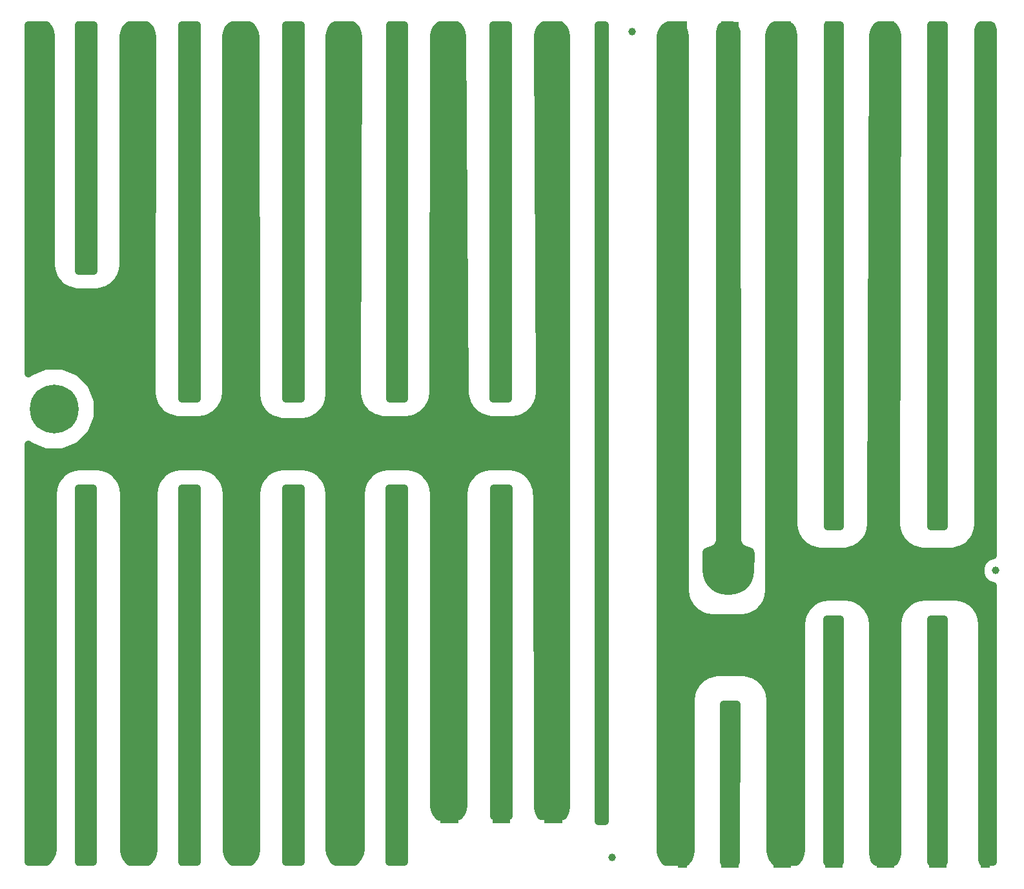
<source format=gbr>
G04 #@! TF.GenerationSoftware,KiCad,Pcbnew,(5.0.0)*
G04 #@! TF.CreationDate,2019-06-04T18:43:43-07:00*
G04 #@! TF.ProjectId,SSB Cap Board - Rev2,5353422043617020426F617264202D20,rev?*
G04 #@! TF.SameCoordinates,Original*
G04 #@! TF.FileFunction,Copper,L2,Bot,Signal*
G04 #@! TF.FilePolarity,Positive*
%FSLAX46Y46*%
G04 Gerber Fmt 4.6, Leading zero omitted, Abs format (unit mm)*
G04 Created by KiCad (PCBNEW (5.0.0)) date 06/04/19 18:43:43*
%MOMM*%
%LPD*%
G01*
G04 APERTURE LIST*
G04 #@! TA.AperFunction,BGAPad,CuDef*
%ADD10C,1.000000*%
G04 #@! TD*
G04 #@! TA.AperFunction,SMDPad,CuDef*
%ADD11R,1.250000X5.000000*%
G04 #@! TD*
G04 #@! TA.AperFunction,ComponentPad*
%ADD12C,6.400000*%
G04 #@! TD*
G04 #@! TA.AperFunction,ComponentPad*
%ADD13C,0.800000*%
G04 #@! TD*
G04 #@! TA.AperFunction,ViaPad*
%ADD14C,0.889000*%
G04 #@! TD*
G04 #@! TA.AperFunction,Conductor*
%ADD15C,1.000000*%
G04 #@! TD*
G04 APERTURE END LIST*
D10*
G04 #@! TO.P,REF\002A\002A,~*
G04 #@! TO.N,N/C*
X63500000Y33800000D03*
G04 #@! TD*
G04 #@! TO.P,REF\002A\002A,~*
G04 #@! TO.N,N/C*
X13200000Y-3800000D03*
G04 #@! TD*
G04 #@! TO.P,REF\002A\002A,~*
G04 #@! TO.N,N/C*
X15800000Y104500000D03*
G04 #@! TD*
D11*
G04 #@! TO.P,C579,1*
G04 #@! TO.N,/C2+*
X28095000Y75405000D03*
G04 #@! TO.P,C579,2*
G04 #@! TO.N,/C2-*
X22395000Y75405000D03*
G04 #@! TD*
G04 #@! TO.P,C577,1*
G04 #@! TO.N,/C2+*
X28095000Y86605000D03*
G04 #@! TO.P,C577,2*
G04 #@! TO.N,/C2-*
X22395000Y86605000D03*
G04 #@! TD*
G04 #@! TO.P,C575,1*
G04 #@! TO.N,/C2+*
X41695000Y92205000D03*
G04 #@! TO.P,C575,2*
G04 #@! TO.N,/C2-*
X35995000Y92205000D03*
G04 #@! TD*
G04 #@! TO.P,C574,2*
G04 #@! TO.N,/C2-*
X48505000Y75395000D03*
G04 #@! TO.P,C574,1*
G04 #@! TO.N,/C2+*
X42805000Y75395000D03*
G04 #@! TD*
G04 #@! TO.P,C600,1*
G04 #@! TO.N,/C2+*
X56405000Y75395000D03*
G04 #@! TO.P,C600,2*
G04 #@! TO.N,/C2-*
X62105000Y75395000D03*
G04 #@! TD*
G04 #@! TO.P,C569,1*
G04 #@! TO.N,/C2+*
X28095000Y81005000D03*
G04 #@! TO.P,C569,2*
G04 #@! TO.N,/C2-*
X22395000Y81005000D03*
G04 #@! TD*
G04 #@! TO.P,C567,1*
G04 #@! TO.N,/C2+*
X28095000Y92205000D03*
G04 #@! TO.P,C567,2*
G04 #@! TO.N,/C2-*
X22395000Y92205000D03*
G04 #@! TD*
G04 #@! TO.P,C571,2*
G04 #@! TO.N,/C2-*
X62105000Y69795000D03*
G04 #@! TO.P,C571,1*
G04 #@! TO.N,/C2+*
X56405000Y69795000D03*
G04 #@! TD*
G04 #@! TO.P,C598,1*
G04 #@! TO.N,/C2+*
X41695000Y25305000D03*
G04 #@! TO.P,C598,2*
G04 #@! TO.N,/C2-*
X35995000Y25305000D03*
G04 #@! TD*
G04 #@! TO.P,C594,1*
G04 #@! TO.N,/C2+*
X28095000Y97805000D03*
G04 #@! TO.P,C594,2*
G04 #@! TO.N,/C2-*
X22395000Y97805000D03*
G04 #@! TD*
G04 #@! TO.P,C582,1*
G04 #@! TO.N,/C2+*
X41695000Y103405000D03*
G04 #@! TO.P,C582,2*
G04 #@! TO.N,/C2-*
X35995000Y103405000D03*
G04 #@! TD*
G04 #@! TO.P,C580,2*
G04 #@! TO.N,/C2-*
X62105000Y92195000D03*
G04 #@! TO.P,C580,1*
G04 #@! TO.N,/C2+*
X56405000Y92195000D03*
G04 #@! TD*
G04 #@! TO.P,C589,1*
G04 #@! TO.N,/C2+*
X42805000Y64195000D03*
G04 #@! TO.P,C589,2*
G04 #@! TO.N,/C2-*
X48505000Y64195000D03*
G04 #@! TD*
G04 #@! TO.P,C587,1*
G04 #@! TO.N,/C2+*
X56405000Y64195000D03*
G04 #@! TO.P,C587,2*
G04 #@! TO.N,/C2-*
X62105000Y64195000D03*
G04 #@! TD*
G04 #@! TO.P,C586,2*
G04 #@! TO.N,/C2-*
X49595000Y47405000D03*
G04 #@! TO.P,C586,1*
G04 #@! TO.N,/C2+*
X55295000Y47405000D03*
G04 #@! TD*
G04 #@! TO.P,C583,1*
G04 #@! TO.N,/C2+*
X28095000Y103405000D03*
G04 #@! TO.P,C583,2*
G04 #@! TO.N,/C2-*
X22395000Y103405000D03*
G04 #@! TD*
G04 #@! TO.P,C581,1*
G04 #@! TO.N,/C2+*
X29205000Y52995000D03*
G04 #@! TO.P,C581,2*
G04 #@! TO.N,/C2-*
X34905000Y52995000D03*
G04 #@! TD*
G04 #@! TO.P,C505,2*
G04 #@! TO.N,/C2-*
X48505000Y19695000D03*
G04 #@! TO.P,C505,1*
G04 #@! TO.N,/C2+*
X42805000Y19695000D03*
G04 #@! TD*
G04 #@! TO.P,C503,2*
G04 #@! TO.N,/C2-*
X22395000Y14105000D03*
G04 #@! TO.P,C503,1*
G04 #@! TO.N,/C2+*
X28095000Y14105000D03*
G04 #@! TD*
G04 #@! TO.P,C502,1*
G04 #@! TO.N,/C2+*
X56405000Y103395000D03*
G04 #@! TO.P,C502,2*
G04 #@! TO.N,/C2-*
X62105000Y103395000D03*
G04 #@! TD*
G04 #@! TO.P,C501,2*
G04 #@! TO.N,/C2-*
X34905000Y103395000D03*
G04 #@! TO.P,C501,1*
G04 #@! TO.N,/C2+*
X29205000Y103395000D03*
G04 #@! TD*
G04 #@! TO.P,C500,1*
G04 #@! TO.N,/C2+*
X56405000Y25295000D03*
G04 #@! TO.P,C500,2*
G04 #@! TO.N,/C2-*
X62105000Y25295000D03*
G04 #@! TD*
G04 #@! TO.P,C498,2*
G04 #@! TO.N,/C2-*
X49595000Y-2695000D03*
G04 #@! TO.P,C498,1*
G04 #@! TO.N,/C2+*
X55295000Y-2695000D03*
G04 #@! TD*
G04 #@! TO.P,C452,1*
G04 #@! TO.N,/C2+*
X42805000Y14095000D03*
G04 #@! TO.P,C452,2*
G04 #@! TO.N,/C2-*
X48505000Y14095000D03*
G04 #@! TD*
G04 #@! TO.P,C449,2*
G04 #@! TO.N,/C2-*
X35995000Y53005000D03*
G04 #@! TO.P,C449,1*
G04 #@! TO.N,/C2+*
X41695000Y53005000D03*
G04 #@! TD*
G04 #@! TO.P,C496,1*
G04 #@! TO.N,/C2+*
X28095000Y64205000D03*
G04 #@! TO.P,C496,2*
G04 #@! TO.N,/C2-*
X22395000Y64205000D03*
G04 #@! TD*
G04 #@! TO.P,C495,2*
G04 #@! TO.N,/C2-*
X34905000Y2895000D03*
G04 #@! TO.P,C495,1*
G04 #@! TO.N,/C2+*
X29205000Y2895000D03*
G04 #@! TD*
G04 #@! TO.P,C493,2*
G04 #@! TO.N,/C2-*
X34905000Y97795000D03*
G04 #@! TO.P,C493,1*
G04 #@! TO.N,/C2+*
X29205000Y97795000D03*
G04 #@! TD*
G04 #@! TO.P,C492,1*
G04 #@! TO.N,/C2+*
X56405000Y19695000D03*
G04 #@! TO.P,C492,2*
G04 #@! TO.N,/C2-*
X62105000Y19695000D03*
G04 #@! TD*
G04 #@! TO.P,C491,2*
G04 #@! TO.N,/C2-*
X49595000Y2905000D03*
G04 #@! TO.P,C491,1*
G04 #@! TO.N,/C2+*
X55295000Y2905000D03*
G04 #@! TD*
G04 #@! TO.P,C490,1*
G04 #@! TO.N,/C2+*
X42805000Y8495000D03*
G04 #@! TO.P,C490,2*
G04 #@! TO.N,/C2-*
X48505000Y8495000D03*
G04 #@! TD*
G04 #@! TO.P,C499,2*
G04 #@! TO.N,/C2-*
X35995000Y58605000D03*
G04 #@! TO.P,C499,1*
G04 #@! TO.N,/C2+*
X41695000Y58605000D03*
G04 #@! TD*
G04 #@! TO.P,C497,1*
G04 #@! TO.N,/C2+*
X28095000Y-2695000D03*
G04 #@! TO.P,C497,2*
G04 #@! TO.N,/C2-*
X22395000Y-2695000D03*
G04 #@! TD*
G04 #@! TO.P,C524,2*
G04 #@! TO.N,/C2-*
X35995000Y47405000D03*
G04 #@! TO.P,C524,1*
G04 #@! TO.N,/C2+*
X41695000Y47405000D03*
G04 #@! TD*
G04 #@! TO.P,C523,1*
G04 #@! TO.N,/C2+*
X29205000Y-2705000D03*
G04 #@! TO.P,C523,2*
G04 #@! TO.N,/C2-*
X34905000Y-2705000D03*
G04 #@! TD*
G04 #@! TO.P,C522,2*
G04 #@! TO.N,/C2-*
X49595000Y81005000D03*
G04 #@! TO.P,C522,1*
G04 #@! TO.N,/C2+*
X55295000Y81005000D03*
G04 #@! TD*
G04 #@! TO.P,C521,1*
G04 #@! TO.N,/C2+*
X29205000Y92195000D03*
G04 #@! TO.P,C521,2*
G04 #@! TO.N,/C2-*
X34905000Y92195000D03*
G04 #@! TD*
G04 #@! TO.P,C520,2*
G04 #@! TO.N,/C2-*
X62105000Y14095000D03*
G04 #@! TO.P,C520,1*
G04 #@! TO.N,/C2+*
X56405000Y14095000D03*
G04 #@! TD*
G04 #@! TO.P,C519,1*
G04 #@! TO.N,/C2+*
X55295000Y8505000D03*
G04 #@! TO.P,C519,2*
G04 #@! TO.N,/C2-*
X49595000Y8505000D03*
G04 #@! TD*
G04 #@! TO.P,C518,2*
G04 #@! TO.N,/C2-*
X48505000Y2895000D03*
G04 #@! TO.P,C518,1*
G04 #@! TO.N,/C2+*
X42805000Y2895000D03*
G04 #@! TD*
G04 #@! TO.P,C480,1*
G04 #@! TO.N,/C2+*
X41695000Y64205000D03*
G04 #@! TO.P,C480,2*
G04 #@! TO.N,/C2-*
X35995000Y64205000D03*
G04 #@! TD*
G04 #@! TO.P,C506,2*
G04 #@! TO.N,/C2-*
X22395000Y2905000D03*
G04 #@! TO.P,C506,1*
G04 #@! TO.N,/C2+*
X28095000Y2905000D03*
G04 #@! TD*
G04 #@! TO.P,C515,1*
G04 #@! TO.N,/C2+*
X42805000Y103395000D03*
G04 #@! TO.P,C515,2*
G04 #@! TO.N,/C2-*
X48505000Y103395000D03*
G04 #@! TD*
G04 #@! TO.P,C514,2*
G04 #@! TO.N,/C2-*
X35995000Y-2695000D03*
G04 #@! TO.P,C514,1*
G04 #@! TO.N,/C2+*
X41695000Y-2695000D03*
G04 #@! TD*
G04 #@! TO.P,C513,1*
G04 #@! TO.N,/C2+*
X56405000Y41795000D03*
G04 #@! TO.P,C513,2*
G04 #@! TO.N,/C2-*
X62105000Y41795000D03*
G04 #@! TD*
G04 #@! TO.P,C512,2*
G04 #@! TO.N,/C2-*
X49595000Y86605000D03*
G04 #@! TO.P,C512,1*
G04 #@! TO.N,/C2+*
X55295000Y86605000D03*
G04 #@! TD*
G04 #@! TO.P,C511,1*
G04 #@! TO.N,/C2+*
X29205000Y86595000D03*
G04 #@! TO.P,C511,2*
G04 #@! TO.N,/C2-*
X34905000Y86595000D03*
G04 #@! TD*
G04 #@! TO.P,C510,2*
G04 #@! TO.N,/C2-*
X62105000Y8495000D03*
G04 #@! TO.P,C510,1*
G04 #@! TO.N,/C2+*
X56405000Y8495000D03*
G04 #@! TD*
G04 #@! TO.P,C509,1*
G04 #@! TO.N,/C2+*
X55295000Y14105000D03*
G04 #@! TO.P,C509,2*
G04 #@! TO.N,/C2-*
X49595000Y14105000D03*
G04 #@! TD*
G04 #@! TO.P,C507,2*
G04 #@! TO.N,/C2-*
X48505000Y-2705000D03*
G04 #@! TO.P,C507,1*
G04 #@! TO.N,/C2+*
X42805000Y-2705000D03*
G04 #@! TD*
G04 #@! TO.P,C516,1*
G04 #@! TO.N,/C2+*
X41695000Y69805000D03*
G04 #@! TO.P,C516,2*
G04 #@! TO.N,/C2-*
X35995000Y69805000D03*
G04 #@! TD*
G04 #@! TO.P,C469,2*
G04 #@! TO.N,/C2-*
X22395000Y8505000D03*
G04 #@! TO.P,C469,1*
G04 #@! TO.N,/C2+*
X28095000Y8505000D03*
G04 #@! TD*
G04 #@! TO.P,C468,1*
G04 #@! TO.N,/C2+*
X42805000Y97795000D03*
G04 #@! TO.P,C468,2*
G04 #@! TO.N,/C2-*
X48505000Y97795000D03*
G04 #@! TD*
G04 #@! TO.P,C467,2*
G04 #@! TO.N,/C2-*
X35995000Y2905000D03*
G04 #@! TO.P,C467,1*
G04 #@! TO.N,/C2+*
X41695000Y2905000D03*
G04 #@! TD*
G04 #@! TO.P,C466,1*
G04 #@! TO.N,/C2+*
X55295000Y41805000D03*
G04 #@! TO.P,C466,2*
G04 #@! TO.N,/C2-*
X49595000Y41805000D03*
G04 #@! TD*
G04 #@! TO.P,C465,2*
G04 #@! TO.N,/C2-*
X49595000Y92205000D03*
G04 #@! TO.P,C465,1*
G04 #@! TO.N,/C2+*
X55295000Y92205000D03*
G04 #@! TD*
G04 #@! TO.P,C464,1*
G04 #@! TO.N,/C2+*
X42805000Y41795000D03*
G04 #@! TO.P,C464,2*
G04 #@! TO.N,/C2-*
X48505000Y41795000D03*
G04 #@! TD*
G04 #@! TO.P,C463,2*
G04 #@! TO.N,/C2-*
X34905000Y80995000D03*
G04 #@! TO.P,C463,1*
G04 #@! TO.N,/C2+*
X29205000Y80995000D03*
G04 #@! TD*
G04 #@! TO.P,C461,1*
G04 #@! TO.N,/C2+*
X56405000Y2895000D03*
G04 #@! TO.P,C461,2*
G04 #@! TO.N,/C2-*
X62105000Y2895000D03*
G04 #@! TD*
G04 #@! TO.P,C488,2*
G04 #@! TO.N,/C2-*
X49595000Y19705000D03*
G04 #@! TO.P,C488,1*
G04 #@! TO.N,/C2+*
X55295000Y19705000D03*
G04 #@! TD*
G04 #@! TO.P,C460,1*
G04 #@! TO.N,/C2+*
X41695000Y75405000D03*
G04 #@! TO.P,C460,2*
G04 #@! TO.N,/C2-*
X35995000Y75405000D03*
G04 #@! TD*
G04 #@! TO.P,C459,2*
G04 #@! TO.N,/C2-*
X34905000Y8495000D03*
G04 #@! TO.P,C459,1*
G04 #@! TO.N,/C2+*
X29205000Y8495000D03*
G04 #@! TD*
G04 #@! TO.P,C458,1*
G04 #@! TO.N,/C2+*
X42805000Y92195000D03*
G04 #@! TO.P,C458,2*
G04 #@! TO.N,/C2-*
X48505000Y92195000D03*
G04 #@! TD*
G04 #@! TO.P,C457,2*
G04 #@! TO.N,/C2-*
X35995000Y8505000D03*
G04 #@! TO.P,C457,1*
G04 #@! TO.N,/C2+*
X41695000Y8505000D03*
G04 #@! TD*
G04 #@! TO.P,C455,2*
G04 #@! TO.N,/C2-*
X49595000Y97805000D03*
G04 #@! TO.P,C455,1*
G04 #@! TO.N,/C2+*
X55295000Y97805000D03*
G04 #@! TD*
G04 #@! TO.P,C454,1*
G04 #@! TO.N,/C2+*
X41695000Y41805000D03*
G04 #@! TO.P,C454,2*
G04 #@! TO.N,/C2-*
X35995000Y41805000D03*
G04 #@! TD*
G04 #@! TO.P,C453,2*
G04 #@! TO.N,/C2-*
X34905000Y75395000D03*
G04 #@! TO.P,C453,1*
G04 #@! TO.N,/C2+*
X29205000Y75395000D03*
G04 #@! TD*
G04 #@! TO.P,C489,2*
G04 #@! TO.N,/C2-*
X35995000Y19705000D03*
G04 #@! TO.P,C489,1*
G04 #@! TO.N,/C2+*
X41695000Y19705000D03*
G04 #@! TD*
G04 #@! TO.P,C487,1*
G04 #@! TO.N,/C2+*
X55295000Y25305000D03*
G04 #@! TO.P,C487,2*
G04 #@! TO.N,/C2-*
X49595000Y25305000D03*
G04 #@! TD*
G04 #@! TO.P,C486,2*
G04 #@! TO.N,/C2-*
X35995000Y81005000D03*
G04 #@! TO.P,C486,1*
G04 #@! TO.N,/C2+*
X41695000Y81005000D03*
G04 #@! TD*
G04 #@! TO.P,C485,1*
G04 #@! TO.N,/C2+*
X42805000Y86595000D03*
G04 #@! TO.P,C485,2*
G04 #@! TO.N,/C2-*
X48505000Y86595000D03*
G04 #@! TD*
G04 #@! TO.P,C484,2*
G04 #@! TO.N,/C2-*
X35995000Y14105000D03*
G04 #@! TO.P,C484,1*
G04 #@! TO.N,/C2+*
X41695000Y14105000D03*
G04 #@! TD*
G04 #@! TO.P,C483,1*
G04 #@! TO.N,/C2+*
X56405000Y86595000D03*
G04 #@! TO.P,C483,2*
G04 #@! TO.N,/C2-*
X62105000Y86595000D03*
G04 #@! TD*
G04 #@! TO.P,C482,2*
G04 #@! TO.N,/C2-*
X49595000Y103405000D03*
G04 #@! TO.P,C482,1*
G04 #@! TO.N,/C2+*
X55295000Y103405000D03*
G04 #@! TD*
G04 #@! TO.P,C481,1*
G04 #@! TO.N,/C2+*
X56405000Y97795000D03*
G04 #@! TO.P,C481,2*
G04 #@! TO.N,/C2-*
X62105000Y97795000D03*
G04 #@! TD*
G04 #@! TO.P,C508,2*
G04 #@! TO.N,/C2-*
X34905000Y69795000D03*
G04 #@! TO.P,C508,1*
G04 #@! TO.N,/C2+*
X29205000Y69795000D03*
G04 #@! TD*
G04 #@! TO.P,C478,2*
G04 #@! TO.N,/C2-*
X22395000Y69805000D03*
G04 #@! TO.P,C478,1*
G04 #@! TO.N,/C2+*
X28095000Y69805000D03*
G04 #@! TD*
G04 #@! TO.P,C476,2*
G04 #@! TO.N,/C2-*
X48505000Y25295000D03*
G04 #@! TO.P,C476,1*
G04 #@! TO.N,/C2+*
X42805000Y25295000D03*
G04 #@! TD*
G04 #@! TO.P,C475,1*
G04 #@! TO.N,/C2+*
X41695000Y86605000D03*
G04 #@! TO.P,C475,2*
G04 #@! TO.N,/C2-*
X35995000Y86605000D03*
G04 #@! TD*
G04 #@! TO.P,C474,2*
G04 #@! TO.N,/C2-*
X48505000Y80995000D03*
G04 #@! TO.P,C474,1*
G04 #@! TO.N,/C2+*
X42805000Y80995000D03*
G04 #@! TD*
G04 #@! TO.P,C473,1*
G04 #@! TO.N,/C2+*
X56405000Y80995000D03*
G04 #@! TO.P,C473,2*
G04 #@! TO.N,/C2-*
X62105000Y80995000D03*
G04 #@! TD*
G04 #@! TO.P,C472,2*
G04 #@! TO.N,/C2-*
X62105000Y-2705000D03*
G04 #@! TO.P,C472,1*
G04 #@! TO.N,/C2+*
X56405000Y-2705000D03*
G04 #@! TD*
G04 #@! TO.P,C470,2*
G04 #@! TO.N,/C2-*
X34905000Y64195000D03*
G04 #@! TO.P,C470,1*
G04 #@! TO.N,/C2+*
X29205000Y64195000D03*
G04 #@! TD*
G04 #@! TO.P,C525,2*
G04 #@! TO.N,/C2-*
X34905000Y58595000D03*
G04 #@! TO.P,C525,1*
G04 #@! TO.N,/C2+*
X29205000Y58595000D03*
G04 #@! TD*
G04 #@! TO.P,C565,2*
G04 #@! TO.N,/C2-*
X35995000Y97805000D03*
G04 #@! TO.P,C565,1*
G04 #@! TO.N,/C2+*
X41695000Y97805000D03*
G04 #@! TD*
G04 #@! TO.P,C526,2*
G04 #@! TO.N,/C2-*
X48505000Y69795000D03*
G04 #@! TO.P,C526,1*
G04 #@! TO.N,/C2+*
X42805000Y69795000D03*
G04 #@! TD*
G04 #@! TO.P,C543,2*
G04 #@! TO.N,/C2-*
X48505000Y58595000D03*
G04 #@! TO.P,C543,1*
G04 #@! TO.N,/C2+*
X42805000Y58595000D03*
G04 #@! TD*
G04 #@! TO.P,C541,2*
G04 #@! TO.N,/C2-*
X62105000Y58595000D03*
G04 #@! TO.P,C541,1*
G04 #@! TO.N,/C2+*
X56405000Y58595000D03*
G04 #@! TD*
G04 #@! TO.P,C539,2*
G04 #@! TO.N,/C2-*
X49595000Y53005000D03*
G04 #@! TO.P,C539,1*
G04 #@! TO.N,/C2+*
X55295000Y53005000D03*
G04 #@! TD*
G04 #@! TO.P,C538,1*
G04 #@! TO.N,/C2+*
X29205000Y14095000D03*
G04 #@! TO.P,C538,2*
G04 #@! TO.N,/C2-*
X34905000Y14095000D03*
G04 #@! TD*
G04 #@! TO.P,C563,2*
G04 #@! TO.N,/C2-*
X34905000Y47395000D03*
G04 #@! TO.P,C563,1*
G04 #@! TO.N,/C2+*
X29205000Y47395000D03*
G04 #@! TD*
G04 #@! TO.P,C533,2*
G04 #@! TO.N,/C2-*
X48505000Y52995000D03*
G04 #@! TO.P,C533,1*
G04 #@! TO.N,/C2+*
X42805000Y52995000D03*
G04 #@! TD*
G04 #@! TO.P,C531,2*
G04 #@! TO.N,/C2-*
X62105000Y52995000D03*
G04 #@! TO.P,C531,1*
G04 #@! TO.N,/C2+*
X56405000Y52995000D03*
G04 #@! TD*
G04 #@! TO.P,C529,2*
G04 #@! TO.N,/C2-*
X49595000Y58605000D03*
G04 #@! TO.P,C529,1*
G04 #@! TO.N,/C2+*
X55295000Y58605000D03*
G04 #@! TD*
G04 #@! TO.P,C561,2*
G04 #@! TO.N,/C2-*
X48505000Y47395000D03*
G04 #@! TO.P,C561,1*
G04 #@! TO.N,/C2+*
X42805000Y47395000D03*
G04 #@! TD*
G04 #@! TO.P,C559,2*
G04 #@! TO.N,/C2-*
X62105000Y47395000D03*
G04 #@! TO.P,C559,1*
G04 #@! TO.N,/C2+*
X56405000Y47395000D03*
G04 #@! TD*
G04 #@! TO.P,C557,2*
G04 #@! TO.N,/C2-*
X49595000Y64205000D03*
G04 #@! TO.P,C557,1*
G04 #@! TO.N,/C2+*
X55295000Y64205000D03*
G04 #@! TD*
G04 #@! TO.P,C549,2*
G04 #@! TO.N,/C2-*
X34905000Y41795000D03*
G04 #@! TO.P,C549,1*
G04 #@! TO.N,/C2+*
X29205000Y41795000D03*
G04 #@! TD*
G04 #@! TO.P,C547,2*
G04 #@! TO.N,/C2-*
X49595000Y69805000D03*
G04 #@! TO.P,C547,1*
G04 #@! TO.N,/C2+*
X55295000Y69805000D03*
G04 #@! TD*
G04 #@! TO.P,C426,1*
G04 #@! TO.N,/C2+*
X55295000Y75405000D03*
G04 #@! TO.P,C426,2*
G04 #@! TO.N,/C2-*
X49595000Y75405000D03*
G04 #@! TD*
G04 #@! TO.P,C173,1*
G04 #@! TO.N,/C1+*
X-56405000Y31105000D03*
G04 #@! TO.P,C173,2*
G04 #@! TO.N,/C1-*
X-62105000Y31105000D03*
G04 #@! TD*
G04 #@! TO.P,C300,2*
G04 #@! TO.N,/C1-*
X-22395000Y80995000D03*
G04 #@! TO.P,C300,1*
G04 #@! TO.N,/C1+*
X-28095000Y80995000D03*
G04 #@! TD*
G04 #@! TO.P,C242,2*
G04 #@! TO.N,/C1-*
X-22395000Y86595000D03*
G04 #@! TO.P,C242,1*
G04 #@! TO.N,/C1+*
X-28095000Y86595000D03*
G04 #@! TD*
G04 #@! TO.P,C239,1*
G04 #@! TO.N,/C1+*
X-28095000Y58595000D03*
G04 #@! TO.P,C239,2*
G04 #@! TO.N,/C1-*
X-22395000Y58595000D03*
G04 #@! TD*
G04 #@! TO.P,C232,1*
G04 #@! TO.N,/C1+*
X-28095000Y92195000D03*
G04 #@! TO.P,C232,2*
G04 #@! TO.N,/C1-*
X-22395000Y92195000D03*
G04 #@! TD*
G04 #@! TO.P,C250,2*
G04 #@! TO.N,/C1-*
X-22395000Y64195000D03*
G04 #@! TO.P,C250,1*
G04 #@! TO.N,/C1+*
X-28095000Y64195000D03*
G04 #@! TD*
G04 #@! TO.P,C255,1*
G04 #@! TO.N,/C1+*
X-28095000Y42295000D03*
G04 #@! TO.P,C255,2*
G04 #@! TO.N,/C1-*
X-22395000Y42295000D03*
G04 #@! TD*
G04 #@! TO.P,C64,2*
G04 #@! TO.N,/C1-*
X-62105000Y25505000D03*
G04 #@! TO.P,C64,1*
G04 #@! TO.N,/C1+*
X-56405000Y25505000D03*
G04 #@! TD*
G04 #@! TO.P,C5,1*
G04 #@! TO.N,/C1+*
X11805000Y25505000D03*
G04 #@! TO.P,C5,2*
G04 #@! TO.N,/C1-*
X6105000Y25505000D03*
G04 #@! TD*
G04 #@! TO.P,C23,1*
G04 #@! TO.N,/C1+*
X11795000Y19905000D03*
G04 #@! TO.P,C23,2*
G04 #@! TO.N,/C1-*
X6095000Y19905000D03*
G04 #@! TD*
G04 #@! TO.P,C129,1*
G04 #@! TO.N,/C1+*
X11795000Y14305000D03*
G04 #@! TO.P,C129,2*
G04 #@! TO.N,/C1-*
X6095000Y14305000D03*
G04 #@! TD*
G04 #@! TO.P,C307,2*
G04 #@! TO.N,/C1-*
X-22395000Y75395000D03*
G04 #@! TO.P,C307,1*
G04 #@! TO.N,/C1+*
X-28095000Y75395000D03*
G04 #@! TD*
G04 #@! TO.P,C303,2*
G04 #@! TO.N,/C1-*
X6095000Y31105000D03*
G04 #@! TO.P,C303,1*
G04 #@! TO.N,/C1+*
X11795000Y31105000D03*
G04 #@! TD*
G04 #@! TO.P,C337,1*
G04 #@! TO.N,/C1+*
X-14495000Y36695000D03*
G04 #@! TO.P,C337,2*
G04 #@! TO.N,/C1-*
X-8795000Y36695000D03*
G04 #@! TD*
G04 #@! TO.P,C326,2*
G04 #@! TO.N,/C1-*
X-22395000Y103395000D03*
G04 #@! TO.P,C326,1*
G04 #@! TO.N,/C1+*
X-28095000Y103395000D03*
G04 #@! TD*
G04 #@! TO.P,C323,1*
G04 #@! TO.N,/C1+*
X-28095000Y69795000D03*
G04 #@! TO.P,C323,2*
G04 #@! TO.N,/C1-*
X-22395000Y69795000D03*
G04 #@! TD*
G04 #@! TO.P,C391,1*
G04 #@! TO.N,/C1+*
X-28095000Y97795000D03*
G04 #@! TO.P,C391,2*
G04 #@! TO.N,/C1-*
X-22395000Y97795000D03*
G04 #@! TD*
G04 #@! TO.P,C342,2*
G04 #@! TO.N,/C1-*
X-35995000Y-2505000D03*
G04 #@! TO.P,C342,1*
G04 #@! TO.N,/C1+*
X-41695000Y-2505000D03*
G04 #@! TD*
G04 #@! TO.P,C341,2*
G04 #@! TO.N,/C1-*
X-48580365Y-2495000D03*
G04 #@! TO.P,C341,1*
G04 #@! TO.N,/C1+*
X-42880365Y-2495000D03*
G04 #@! TD*
G04 #@! TO.P,C340,2*
G04 #@! TO.N,/C1-*
X-22395000Y3095000D03*
G04 #@! TO.P,C340,1*
G04 #@! TO.N,/C1+*
X-28095000Y3095000D03*
G04 #@! TD*
G04 #@! TO.P,C339,2*
G04 #@! TO.N,/C1-*
X-21305000Y-2495000D03*
G04 #@! TO.P,C339,1*
G04 #@! TO.N,/C1+*
X-15605000Y-2495000D03*
G04 #@! TD*
G04 #@! TO.P,C338,2*
G04 #@! TO.N,/C1-*
X-62105000Y36705000D03*
G04 #@! TO.P,C338,1*
G04 #@! TO.N,/C1+*
X-56405000Y36705000D03*
G04 #@! TD*
G04 #@! TO.P,C336,2*
G04 #@! TO.N,/C1-*
X-34905000Y-2495000D03*
G04 #@! TO.P,C336,1*
G04 #@! TO.N,/C1+*
X-29205000Y-2495000D03*
G04 #@! TD*
G04 #@! TO.P,C335,2*
G04 #@! TO.N,/C1-*
X-49595000Y25595000D03*
G04 #@! TO.P,C335,1*
G04 #@! TO.N,/C1+*
X-55295000Y25595000D03*
G04 #@! TD*
G04 #@! TO.P,C334,2*
G04 #@! TO.N,/C1-*
X-48505000Y3105000D03*
G04 #@! TO.P,C334,1*
G04 #@! TO.N,/C1+*
X-42805000Y3105000D03*
G04 #@! TD*
G04 #@! TO.P,C333,2*
G04 #@! TO.N,/C1-*
X-48505000Y31105000D03*
G04 #@! TO.P,C333,1*
G04 #@! TO.N,/C1+*
X-42805000Y31105000D03*
G04 #@! TD*
G04 #@! TO.P,C332,2*
G04 #@! TO.N,/C1-*
X-22395000Y-2505000D03*
G04 #@! TO.P,C332,1*
G04 #@! TO.N,/C1+*
X-28095000Y-2505000D03*
G04 #@! TD*
G04 #@! TO.P,C376,2*
G04 #@! TO.N,/C1-*
X-21305000Y3105000D03*
G04 #@! TO.P,C376,1*
G04 #@! TO.N,/C1+*
X-15605000Y3105000D03*
G04 #@! TD*
G04 #@! TO.P,C328,2*
G04 #@! TO.N,/C1-*
X-62105000Y42305000D03*
G04 #@! TO.P,C328,1*
G04 #@! TO.N,/C1+*
X-56405000Y42305000D03*
G04 #@! TD*
G04 #@! TO.P,C327,2*
G04 #@! TO.N,/C1-*
X-49595000Y97795000D03*
G04 #@! TO.P,C327,1*
G04 #@! TO.N,/C1+*
X-55295000Y97795000D03*
G04 #@! TD*
G04 #@! TO.P,C325,2*
G04 #@! TO.N,/C1-*
X-49595000Y19995000D03*
G04 #@! TO.P,C325,1*
G04 #@! TO.N,/C1+*
X-55295000Y19995000D03*
G04 #@! TD*
G04 #@! TO.P,C324,2*
G04 #@! TO.N,/C1-*
X-48505000Y8705000D03*
G04 #@! TO.P,C324,1*
G04 #@! TO.N,/C1+*
X-42805000Y8705000D03*
G04 #@! TD*
G04 #@! TO.P,C322,2*
G04 #@! TO.N,/C1-*
X-49595000Y-2505000D03*
G04 #@! TO.P,C322,1*
G04 #@! TO.N,/C1+*
X-55295000Y-2505000D03*
G04 #@! TD*
G04 #@! TO.P,C321,2*
G04 #@! TO.N,/C1-*
X-21305000Y8705000D03*
G04 #@! TO.P,C321,1*
G04 #@! TO.N,/C1+*
X-15605000Y8705000D03*
G04 #@! TD*
G04 #@! TO.P,C320,2*
G04 #@! TO.N,/C1-*
X-34905000Y19905000D03*
G04 #@! TO.P,C320,1*
G04 #@! TO.N,/C1+*
X-29205000Y19905000D03*
G04 #@! TD*
G04 #@! TO.P,C319,2*
G04 #@! TO.N,/C1-*
X-49595000Y92195000D03*
G04 #@! TO.P,C319,1*
G04 #@! TO.N,/C1+*
X-55295000Y92195000D03*
G04 #@! TD*
G04 #@! TO.P,C318,2*
G04 #@! TO.N,/C1-*
X-7605000Y42305000D03*
G04 #@! TO.P,C318,1*
G04 #@! TO.N,/C1+*
X-1905000Y42305000D03*
G04 #@! TD*
G04 #@! TO.P,C317,2*
G04 #@! TO.N,/C1-*
X-34905000Y8705000D03*
G04 #@! TO.P,C317,1*
G04 #@! TO.N,/C1+*
X-29205000Y8705000D03*
G04 #@! TD*
G04 #@! TO.P,C316,2*
G04 #@! TO.N,/C1-*
X-49595000Y14395000D03*
G04 #@! TO.P,C316,1*
G04 #@! TO.N,/C1+*
X-55295000Y14395000D03*
G04 #@! TD*
G04 #@! TO.P,C331,2*
G04 #@! TO.N,/C1-*
X-48505000Y14305000D03*
G04 #@! TO.P,C331,1*
G04 #@! TO.N,/C1+*
X-42805000Y14305000D03*
G04 #@! TD*
G04 #@! TO.P,C330,2*
G04 #@! TO.N,/C1-*
X-35995000Y25495000D03*
G04 #@! TO.P,C330,1*
G04 #@! TO.N,/C1+*
X-41695000Y25495000D03*
G04 #@! TD*
G04 #@! TO.P,C329,2*
G04 #@! TO.N,/C1-*
X-7605000Y3105000D03*
G04 #@! TO.P,C329,1*
G04 #@! TO.N,/C1+*
X-1905000Y3105000D03*
G04 #@! TD*
G04 #@! TO.P,C374,2*
G04 #@! TO.N,/C1-*
X-21305000Y14305000D03*
G04 #@! TO.P,C374,1*
G04 #@! TO.N,/C1+*
X-15605000Y14305000D03*
G04 #@! TD*
G04 #@! TO.P,C373,2*
G04 #@! TO.N,/C1-*
X-34905000Y25505000D03*
G04 #@! TO.P,C373,1*
G04 #@! TO.N,/C1+*
X-29205000Y25505000D03*
G04 #@! TD*
G04 #@! TO.P,C372,2*
G04 #@! TO.N,/C1-*
X-49595000Y86595000D03*
G04 #@! TO.P,C372,1*
G04 #@! TO.N,/C1+*
X-55295000Y86595000D03*
G04 #@! TD*
G04 #@! TO.P,C371,2*
G04 #@! TO.N,/C1-*
X4905000Y92195000D03*
G04 #@! TO.P,C371,1*
G04 #@! TO.N,/C1+*
X-795000Y92195000D03*
G04 #@! TD*
G04 #@! TO.P,C370,2*
G04 #@! TO.N,/C1-*
X-49595000Y3095000D03*
G04 #@! TO.P,C370,1*
G04 #@! TO.N,/C1+*
X-55295000Y3095000D03*
G04 #@! TD*
G04 #@! TO.P,C369,2*
G04 #@! TO.N,/C1-*
X6095000Y36705000D03*
G04 #@! TO.P,C369,1*
G04 #@! TO.N,/C1+*
X11795000Y36705000D03*
G04 #@! TD*
G04 #@! TO.P,C368,2*
G04 #@! TO.N,/C1-*
X-8795000Y103395000D03*
G04 #@! TO.P,C368,1*
G04 #@! TO.N,/C1+*
X-14495000Y103395000D03*
G04 #@! TD*
G04 #@! TO.P,C367,2*
G04 #@! TO.N,/C1-*
X-49595000Y8795000D03*
G04 #@! TO.P,C367,1*
G04 #@! TO.N,/C1+*
X-55295000Y8795000D03*
G04 #@! TD*
G04 #@! TO.P,C366,2*
G04 #@! TO.N,/C1-*
X-48505000Y19905000D03*
G04 #@! TO.P,C366,1*
G04 #@! TO.N,/C1+*
X-42805000Y19905000D03*
G04 #@! TD*
G04 #@! TO.P,C365,2*
G04 #@! TO.N,/C1-*
X-35995000Y19895000D03*
G04 #@! TO.P,C365,1*
G04 #@! TO.N,/C1+*
X-41695000Y19895000D03*
G04 #@! TD*
G04 #@! TO.P,C364,2*
G04 #@! TO.N,/C1-*
X-7605000Y8705000D03*
G04 #@! TO.P,C364,1*
G04 #@! TO.N,/C1+*
X-1905000Y8705000D03*
G04 #@! TD*
G04 #@! TO.P,C363,2*
G04 #@! TO.N,/C1-*
X-21305000Y19905000D03*
G04 #@! TO.P,C363,1*
G04 #@! TO.N,/C1+*
X-15605000Y19905000D03*
G04 #@! TD*
G04 #@! TO.P,C346,2*
G04 #@! TO.N,/C1-*
X-34905000Y31105000D03*
G04 #@! TO.P,C346,1*
G04 #@! TO.N,/C1+*
X-29205000Y31105000D03*
G04 #@! TD*
G04 #@! TO.P,C344,2*
G04 #@! TO.N,/C1-*
X-49595000Y80995000D03*
G04 #@! TO.P,C344,1*
G04 #@! TO.N,/C1+*
X-55295000Y80995000D03*
G04 #@! TD*
G04 #@! TO.P,C359,2*
G04 #@! TO.N,/C1-*
X4905000Y86595000D03*
G04 #@! TO.P,C359,1*
G04 #@! TO.N,/C1+*
X-795000Y86595000D03*
G04 #@! TD*
G04 #@! TO.P,C357,2*
G04 #@! TO.N,/C1-*
X-8795000Y97795000D03*
G04 #@! TO.P,C357,1*
G04 #@! TO.N,/C1+*
X-14495000Y97795000D03*
G04 #@! TD*
G04 #@! TO.P,C356,2*
G04 #@! TO.N,/C1-*
X-34905000Y14305000D03*
G04 #@! TO.P,C356,1*
G04 #@! TO.N,/C1+*
X-29205000Y14305000D03*
G04 #@! TD*
G04 #@! TO.P,C355,2*
G04 #@! TO.N,/C1-*
X-62105000Y8705000D03*
G04 #@! TO.P,C355,1*
G04 #@! TO.N,/C1+*
X-56405000Y8705000D03*
G04 #@! TD*
G04 #@! TO.P,C354,2*
G04 #@! TO.N,/C1-*
X-48505000Y25505000D03*
G04 #@! TO.P,C354,1*
G04 #@! TO.N,/C1+*
X-42805000Y25505000D03*
G04 #@! TD*
G04 #@! TO.P,C353,2*
G04 #@! TO.N,/C1-*
X-35995000Y14295000D03*
G04 #@! TO.P,C353,1*
G04 #@! TO.N,/C1+*
X-41695000Y14295000D03*
G04 #@! TD*
G04 #@! TO.P,C352,2*
G04 #@! TO.N,/C1-*
X-7605000Y14305000D03*
G04 #@! TO.P,C352,1*
G04 #@! TO.N,/C1+*
X-1905000Y14305000D03*
G04 #@! TD*
G04 #@! TO.P,C351,2*
G04 #@! TO.N,/C1-*
X-21305000Y25505000D03*
G04 #@! TO.P,C351,1*
G04 #@! TO.N,/C1+*
X-15605000Y25505000D03*
G04 #@! TD*
G04 #@! TO.P,C350,2*
G04 #@! TO.N,/C1-*
X-34905000Y36705000D03*
G04 #@! TO.P,C350,1*
G04 #@! TO.N,/C1+*
X-29205000Y36705000D03*
G04 #@! TD*
G04 #@! TO.P,C349,2*
G04 #@! TO.N,/C1-*
X-49595000Y75395000D03*
G04 #@! TO.P,C349,1*
G04 #@! TO.N,/C1+*
X-55295000Y75395000D03*
G04 #@! TD*
G04 #@! TO.P,C348,2*
G04 #@! TO.N,/C1-*
X4905000Y80995000D03*
G04 #@! TO.P,C348,1*
G04 #@! TO.N,/C1+*
X-795000Y80995000D03*
G04 #@! TD*
G04 #@! TO.P,C347,2*
G04 #@! TO.N,/C1-*
X-7605000Y58605000D03*
G04 #@! TO.P,C347,1*
G04 #@! TO.N,/C1+*
X-1905000Y58605000D03*
G04 #@! TD*
G04 #@! TO.P,C362,2*
G04 #@! TO.N,/C1-*
X-8795000Y92195000D03*
G04 #@! TO.P,C362,1*
G04 #@! TO.N,/C1+*
X-14495000Y92195000D03*
G04 #@! TD*
G04 #@! TO.P,C361,2*
G04 #@! TO.N,/C1-*
X-7605000Y36705000D03*
G04 #@! TO.P,C361,1*
G04 #@! TO.N,/C1+*
X-1905000Y36705000D03*
G04 #@! TD*
G04 #@! TO.P,C360,2*
G04 #@! TO.N,/C1-*
X-8795000Y31095000D03*
G04 #@! TO.P,C360,1*
G04 #@! TO.N,/C1+*
X-14495000Y31095000D03*
G04 #@! TD*
G04 #@! TO.P,C279,2*
G04 #@! TO.N,/C1-*
X-62105000Y103405000D03*
G04 #@! TO.P,C279,1*
G04 #@! TO.N,/C1+*
X-56405000Y103405000D03*
G04 #@! TD*
G04 #@! TO.P,C278,2*
G04 #@! TO.N,/C1-*
X4905000Y75395000D03*
G04 #@! TO.P,C278,1*
G04 #@! TO.N,/C1+*
X-795000Y75395000D03*
G04 #@! TD*
G04 #@! TO.P,C277,2*
G04 #@! TO.N,/C1-*
X-8795000Y80995000D03*
G04 #@! TO.P,C277,1*
G04 #@! TO.N,/C1+*
X-14495000Y80995000D03*
G04 #@! TD*
G04 #@! TO.P,C276,2*
G04 #@! TO.N,/C1-*
X4905000Y103395000D03*
G04 #@! TO.P,C276,1*
G04 #@! TO.N,/C1+*
X-795000Y103395000D03*
G04 #@! TD*
G04 #@! TO.P,C275,2*
G04 #@! TO.N,/C1-*
X-22395000Y8695000D03*
G04 #@! TO.P,C275,1*
G04 #@! TO.N,/C1+*
X-28095000Y8695000D03*
G04 #@! TD*
G04 #@! TO.P,C274,2*
G04 #@! TO.N,/C1-*
X-21305000Y42305000D03*
G04 #@! TO.P,C274,1*
G04 #@! TO.N,/C1+*
X-15605000Y42305000D03*
G04 #@! TD*
G04 #@! TO.P,C272,2*
G04 #@! TO.N,/C1-*
X-22417000Y19910000D03*
G04 #@! TO.P,C272,1*
G04 #@! TO.N,/C1+*
X-28117000Y19910000D03*
G04 #@! TD*
G04 #@! TO.P,C271,2*
G04 #@! TO.N,/C1-*
X4905000Y58595000D03*
G04 #@! TO.P,C271,1*
G04 #@! TO.N,/C1+*
X-795000Y58595000D03*
G04 #@! TD*
G04 #@! TO.P,C270,2*
G04 #@! TO.N,/C1-*
X-7605000Y81005000D03*
G04 #@! TO.P,C270,1*
G04 #@! TO.N,/C1+*
X-1905000Y81005000D03*
G04 #@! TD*
G04 #@! TO.P,C269,2*
G04 #@! TO.N,/C1-*
X-8795000Y69795000D03*
G04 #@! TO.P,C269,1*
G04 #@! TO.N,/C1+*
X-14495000Y69795000D03*
G04 #@! TD*
G04 #@! TO.P,C315,2*
G04 #@! TO.N,/C1-*
X-21305000Y69805000D03*
G04 #@! TO.P,C315,1*
G04 #@! TO.N,/C1+*
X-15605000Y69805000D03*
G04 #@! TD*
G04 #@! TO.P,C267,2*
G04 #@! TO.N,/C1-*
X-49595000Y103395000D03*
G04 #@! TO.P,C267,1*
G04 #@! TO.N,/C1+*
X-55295000Y103395000D03*
G04 #@! TD*
G04 #@! TO.P,C313,2*
G04 #@! TO.N,/C1-*
X-8795000Y14295000D03*
G04 #@! TO.P,C313,1*
G04 #@! TO.N,/C1+*
X-14495000Y14295000D03*
G04 #@! TD*
G04 #@! TO.P,C312,2*
G04 #@! TO.N,/C1-*
X-7605000Y103405000D03*
G04 #@! TO.P,C312,1*
G04 #@! TO.N,/C1+*
X-1905000Y103405000D03*
G04 #@! TD*
G04 #@! TO.P,C263,2*
G04 #@! TO.N,/C1-*
X-21305000Y81005000D03*
G04 #@! TO.P,C263,1*
G04 #@! TO.N,/C1+*
X-15605000Y81005000D03*
G04 #@! TD*
G04 #@! TO.P,C256,2*
G04 #@! TO.N,/C1-*
X4905000Y42295000D03*
G04 #@! TO.P,C256,1*
G04 #@! TO.N,/C1+*
X-795000Y42295000D03*
G04 #@! TD*
G04 #@! TO.P,C254,2*
G04 #@! TO.N,/C1-*
X-7605000Y97805000D03*
G04 #@! TO.P,C254,1*
G04 #@! TO.N,/C1+*
X-1905000Y97805000D03*
G04 #@! TD*
G04 #@! TO.P,C268,2*
G04 #@! TO.N,/C1-*
X-21305000Y86605000D03*
G04 #@! TO.P,C268,1*
G04 #@! TO.N,/C1+*
X-15605000Y86605000D03*
G04 #@! TD*
G04 #@! TO.P,C306,2*
G04 #@! TO.N,/C1-*
X4905000Y36695000D03*
G04 #@! TO.P,C306,1*
G04 #@! TO.N,/C1+*
X-795000Y36695000D03*
G04 #@! TD*
G04 #@! TO.P,C305,2*
G04 #@! TO.N,/C1-*
X-21305000Y92205000D03*
G04 #@! TO.P,C305,1*
G04 #@! TO.N,/C1+*
X-15605000Y92205000D03*
G04 #@! TD*
G04 #@! TO.P,C297,2*
G04 #@! TO.N,/C1-*
X-8795000Y42295000D03*
G04 #@! TO.P,C297,1*
G04 #@! TO.N,/C1+*
X-14495000Y42295000D03*
G04 #@! TD*
G04 #@! TO.P,C280,2*
G04 #@! TO.N,/C1-*
X-21305000Y97805000D03*
G04 #@! TO.P,C280,1*
G04 #@! TO.N,/C1+*
X-15605000Y97805000D03*
G04 #@! TD*
G04 #@! TO.P,C290,2*
G04 #@! TO.N,/C1-*
X4905000Y97795000D03*
G04 #@! TO.P,C290,1*
G04 #@! TO.N,/C1+*
X-795000Y97795000D03*
G04 #@! TD*
G04 #@! TO.P,C288,2*
G04 #@! TO.N,/C1-*
X-21305000Y103405000D03*
G04 #@! TO.P,C288,1*
G04 #@! TO.N,/C1+*
X-15605000Y103405000D03*
G04 #@! TD*
G04 #@! TO.P,C375,2*
G04 #@! TO.N,/C1-*
X-49595000Y42295000D03*
G04 #@! TO.P,C375,1*
G04 #@! TO.N,/C1+*
X-55295000Y42295000D03*
G04 #@! TD*
G04 #@! TO.P,C393,2*
G04 #@! TO.N,/C1-*
X-35995000Y103395000D03*
G04 #@! TO.P,C393,1*
G04 #@! TO.N,/C1+*
X-41695000Y103395000D03*
G04 #@! TD*
G04 #@! TO.P,C69,1*
G04 #@! TO.N,/C1+*
X11795000Y86605000D03*
G04 #@! TO.P,C69,2*
G04 #@! TO.N,/C1-*
X6095000Y86605000D03*
G04 #@! TD*
G04 #@! TO.P,C67,2*
G04 #@! TO.N,/C1-*
X4905000Y3095000D03*
G04 #@! TO.P,C67,1*
G04 #@! TO.N,/C1+*
X-795000Y3095000D03*
G04 #@! TD*
G04 #@! TO.P,C66,2*
G04 #@! TO.N,/C1-*
X4905000Y25495000D03*
G04 #@! TO.P,C66,1*
G04 #@! TO.N,/C1+*
X-795000Y25495000D03*
G04 #@! TD*
G04 #@! TO.P,C79,2*
G04 #@! TO.N,/C1-*
X-21305000Y36708105D03*
G04 #@! TO.P,C79,1*
G04 #@! TO.N,/C1+*
X-15605000Y36708105D03*
G04 #@! TD*
G04 #@! TO.P,C124,1*
G04 #@! TO.N,/C1+*
X-42805000Y42305000D03*
G04 #@! TO.P,C124,2*
G04 #@! TO.N,/C1-*
X-48505000Y42305000D03*
G04 #@! TD*
G04 #@! TO.P,C123,2*
G04 #@! TO.N,/C1-*
X-35995000Y92195000D03*
G04 #@! TO.P,C123,1*
G04 #@! TO.N,/C1+*
X-41695000Y92195000D03*
G04 #@! TD*
G04 #@! TO.P,C122,1*
G04 #@! TO.N,/C1+*
X11795000Y42305000D03*
G04 #@! TO.P,C122,2*
G04 #@! TO.N,/C1-*
X6095000Y42305000D03*
G04 #@! TD*
G04 #@! TO.P,C121,2*
G04 #@! TO.N,/C1-*
X6095000Y103415470D03*
G04 #@! TO.P,C121,1*
G04 #@! TO.N,/C1+*
X11795000Y103415470D03*
G04 #@! TD*
G04 #@! TO.P,C117,2*
G04 #@! TO.N,/C1-*
X-34905000Y92205000D03*
G04 #@! TO.P,C117,1*
G04 #@! TO.N,/C1+*
X-29205000Y92205000D03*
G04 #@! TD*
G04 #@! TO.P,C114,1*
G04 #@! TO.N,/C1+*
X-41695000Y86595000D03*
G04 #@! TO.P,C114,2*
G04 #@! TO.N,/C1-*
X-35995000Y86595000D03*
G04 #@! TD*
G04 #@! TO.P,C113,1*
G04 #@! TO.N,/C1+*
X-56405000Y-2495000D03*
G04 #@! TO.P,C113,2*
G04 #@! TO.N,/C1-*
X-62105000Y-2495000D03*
G04 #@! TD*
G04 #@! TO.P,C112,2*
G04 #@! TO.N,/C1-*
X-34905000Y81005000D03*
G04 #@! TO.P,C112,1*
G04 #@! TO.N,/C1+*
X-29205000Y81005000D03*
G04 #@! TD*
G04 #@! TO.P,C111,1*
G04 #@! TO.N,/C1+*
X-42805000Y81005000D03*
G04 #@! TO.P,C111,2*
G04 #@! TO.N,/C1-*
X-48505000Y81005000D03*
G04 #@! TD*
G04 #@! TO.P,C159,2*
G04 #@! TO.N,/C1-*
X-35995000Y58595000D03*
G04 #@! TO.P,C159,1*
G04 #@! TO.N,/C1+*
X-41695000Y58595000D03*
G04 #@! TD*
G04 #@! TO.P,C109,1*
G04 #@! TO.N,/C1+*
X11795000Y75405000D03*
G04 #@! TO.P,C109,2*
G04 #@! TO.N,/C1-*
X6095000Y75405000D03*
G04 #@! TD*
G04 #@! TO.P,C107,2*
G04 #@! TO.N,/C1-*
X4905000Y19895000D03*
G04 #@! TO.P,C107,1*
G04 #@! TO.N,/C1+*
X-795000Y19895000D03*
G04 #@! TD*
G04 #@! TO.P,C104,2*
G04 #@! TO.N,/C1-*
X4905000Y8695000D03*
G04 #@! TO.P,C104,1*
G04 #@! TO.N,/C1+*
X-795000Y8695000D03*
G04 #@! TD*
G04 #@! TO.P,C103,2*
G04 #@! TO.N,/C1-*
X-34905000Y103405000D03*
G04 #@! TO.P,C103,1*
G04 #@! TO.N,/C1+*
X-29205000Y103405000D03*
G04 #@! TD*
G04 #@! TO.P,C102,2*
G04 #@! TO.N,/C1-*
X-34905000Y64205000D03*
G04 #@! TO.P,C102,1*
G04 #@! TO.N,/C1+*
X-29205000Y64205000D03*
G04 #@! TD*
G04 #@! TO.P,C101,1*
G04 #@! TO.N,/C1+*
X-42805000Y64205000D03*
G04 #@! TO.P,C101,2*
G04 #@! TO.N,/C1-*
X-48505000Y64205000D03*
G04 #@! TD*
G04 #@! TO.P,C100,1*
G04 #@! TO.N,/C1+*
X-41695000Y75395000D03*
G04 #@! TO.P,C100,2*
G04 #@! TO.N,/C1-*
X-35995000Y75395000D03*
G04 #@! TD*
G04 #@! TO.P,C99,1*
G04 #@! TO.N,/C1+*
X11795000Y58605000D03*
G04 #@! TO.P,C99,2*
G04 #@! TO.N,/C1-*
X6095000Y58605000D03*
G04 #@! TD*
G04 #@! TO.P,C98,1*
G04 #@! TO.N,/C1+*
X-42805000Y103405000D03*
G04 #@! TO.P,C98,2*
G04 #@! TO.N,/C1-*
X-48505000Y103405000D03*
G04 #@! TD*
G04 #@! TO.P,C28,2*
G04 #@! TO.N,/C1-*
X4905000Y31095000D03*
G04 #@! TO.P,C28,1*
G04 #@! TO.N,/C1+*
X-795000Y31095000D03*
G04 #@! TD*
G04 #@! TO.P,C27,2*
G04 #@! TO.N,/C1-*
X-8795000Y3095000D03*
G04 #@! TO.P,C27,1*
G04 #@! TO.N,/C1+*
X-14495000Y3095000D03*
G04 #@! TD*
G04 #@! TO.P,C26,1*
G04 #@! TO.N,/C1+*
X-29205000Y42305000D03*
G04 #@! TO.P,C26,2*
G04 #@! TO.N,/C1-*
X-34905000Y42305000D03*
G04 #@! TD*
G04 #@! TO.P,C25,2*
G04 #@! TO.N,/C1-*
X-48505000Y36705000D03*
G04 #@! TO.P,C25,1*
G04 #@! TO.N,/C1+*
X-42805000Y36705000D03*
G04 #@! TD*
G04 #@! TO.P,C24,2*
G04 #@! TO.N,/C1-*
X-35995000Y97795000D03*
G04 #@! TO.P,C24,1*
G04 #@! TO.N,/C1+*
X-41695000Y97795000D03*
G04 #@! TD*
G04 #@! TO.P,C20,2*
G04 #@! TO.N,/C1-*
X-48505000Y69805000D03*
G04 #@! TO.P,C20,1*
G04 #@! TO.N,/C1+*
X-42805000Y69805000D03*
G04 #@! TD*
G04 #@! TO.P,C19,1*
G04 #@! TO.N,/C1+*
X-41695000Y69795000D03*
G04 #@! TO.P,C19,2*
G04 #@! TO.N,/C1-*
X-35995000Y69795000D03*
G04 #@! TD*
G04 #@! TO.P,C18,1*
G04 #@! TO.N,/C1+*
X11795000Y64205000D03*
G04 #@! TO.P,C18,2*
G04 #@! TO.N,/C1-*
X6095000Y64205000D03*
G04 #@! TD*
G04 #@! TO.P,C6,2*
G04 #@! TO.N,/C1-*
X-34905000Y75405000D03*
G04 #@! TO.P,C6,1*
G04 #@! TO.N,/C1+*
X-29205000Y75405000D03*
G04 #@! TD*
G04 #@! TO.P,C7,1*
G04 #@! TO.N,/C1+*
X-42805000Y75405000D03*
G04 #@! TO.P,C7,2*
G04 #@! TO.N,/C1-*
X-48505000Y75405000D03*
G04 #@! TD*
G04 #@! TO.P,C8,2*
G04 #@! TO.N,/C1-*
X-35995000Y64195000D03*
G04 #@! TO.P,C8,1*
G04 #@! TO.N,/C1+*
X-41695000Y64195000D03*
G04 #@! TD*
G04 #@! TO.P,C9,1*
G04 #@! TO.N,/C1+*
X11795000Y69805000D03*
G04 #@! TO.P,C9,2*
G04 #@! TO.N,/C1-*
X6095000Y69805000D03*
G04 #@! TD*
G04 #@! TO.P,C17,2*
G04 #@! TO.N,/C1-*
X-62105000Y14305000D03*
G04 #@! TO.P,C17,1*
G04 #@! TO.N,/C1+*
X-56405000Y14305000D03*
G04 #@! TD*
G04 #@! TO.P,C58,2*
G04 #@! TO.N,/C1-*
X-34905000Y86605000D03*
G04 #@! TO.P,C58,1*
G04 #@! TO.N,/C1+*
X-29205000Y86605000D03*
G04 #@! TD*
G04 #@! TO.P,C57,2*
G04 #@! TO.N,/C1-*
X-35995000Y42295000D03*
G04 #@! TO.P,C57,1*
G04 #@! TO.N,/C1+*
X-41695000Y42295000D03*
G04 #@! TD*
G04 #@! TO.P,C56,2*
G04 #@! TO.N,/C1-*
X-48505000Y86605000D03*
G04 #@! TO.P,C56,1*
G04 #@! TO.N,/C1+*
X-42805000Y86605000D03*
G04 #@! TD*
G04 #@! TO.P,C54,1*
G04 #@! TO.N,/C1+*
X11795000Y81005000D03*
G04 #@! TO.P,C54,2*
G04 #@! TO.N,/C1-*
X6095000Y81005000D03*
G04 #@! TD*
G04 #@! TO.P,C30,2*
G04 #@! TO.N,/C1-*
X-48505000Y92205000D03*
G04 #@! TO.P,C30,1*
G04 #@! TO.N,/C1+*
X-42805000Y92205000D03*
G04 #@! TD*
G04 #@! TO.P,C42,2*
G04 #@! TO.N,/C1-*
X-34905000Y69805000D03*
G04 #@! TO.P,C42,1*
G04 #@! TO.N,/C1+*
X-29205000Y69805000D03*
G04 #@! TD*
G04 #@! TO.P,C218,2*
G04 #@! TO.N,/C1-*
X-8795000Y58595000D03*
G04 #@! TO.P,C218,1*
G04 #@! TO.N,/C1+*
X-14495000Y58595000D03*
G04 #@! TD*
G04 #@! TO.P,C217,2*
G04 #@! TO.N,/C1-*
X-7605000Y92205000D03*
G04 #@! TO.P,C217,1*
G04 #@! TO.N,/C1+*
X-1905000Y92205000D03*
G04 #@! TD*
G04 #@! TO.P,C216,2*
G04 #@! TO.N,/C1-*
X-35995000Y31195000D03*
G04 #@! TO.P,C216,1*
G04 #@! TO.N,/C1+*
X-41695000Y31195000D03*
G04 #@! TD*
G04 #@! TO.P,C214,2*
G04 #@! TO.N,/C1-*
X-49595000Y36695000D03*
G04 #@! TO.P,C214,1*
G04 #@! TO.N,/C1+*
X-55295000Y36695000D03*
G04 #@! TD*
G04 #@! TO.P,C210,2*
G04 #@! TO.N,/C1-*
X-8795000Y8695000D03*
G04 #@! TO.P,C210,1*
G04 #@! TO.N,/C1+*
X-14495000Y8695000D03*
G04 #@! TD*
G04 #@! TO.P,C208,2*
G04 #@! TO.N,/C1-*
X-21305000Y75405000D03*
G04 #@! TO.P,C208,1*
G04 #@! TO.N,/C1+*
X-15605000Y75405000D03*
G04 #@! TD*
G04 #@! TO.P,C207,2*
G04 #@! TO.N,/C1-*
X-8795000Y64195000D03*
G04 #@! TO.P,C207,1*
G04 #@! TO.N,/C1+*
X-14495000Y64195000D03*
G04 #@! TD*
G04 #@! TO.P,C206,2*
G04 #@! TO.N,/C1-*
X-7605000Y86605000D03*
G04 #@! TO.P,C206,1*
G04 #@! TO.N,/C1+*
X-1905000Y86605000D03*
G04 #@! TD*
G04 #@! TO.P,C205,2*
G04 #@! TO.N,/C1-*
X6095000Y3105000D03*
G04 #@! TO.P,C205,1*
G04 #@! TO.N,/C1+*
X11795000Y3105000D03*
G04 #@! TD*
G04 #@! TO.P,C202,2*
G04 #@! TO.N,/C1-*
X-62105000Y97805000D03*
G04 #@! TO.P,C202,1*
G04 #@! TO.N,/C1+*
X-56405000Y97805000D03*
G04 #@! TD*
G04 #@! TO.P,C204,2*
G04 #@! TO.N,/C1-*
X-8795000Y19895000D03*
G04 #@! TO.P,C204,1*
G04 #@! TO.N,/C1+*
X-14495000Y19895000D03*
G04 #@! TD*
G04 #@! TO.P,C249,2*
G04 #@! TO.N,/C1-*
X-21305000Y64205000D03*
G04 #@! TO.P,C249,1*
G04 #@! TO.N,/C1+*
X-15605000Y64205000D03*
G04 #@! TD*
G04 #@! TO.P,C248,2*
G04 #@! TO.N,/C1-*
X-8795000Y75395000D03*
G04 #@! TO.P,C248,1*
G04 #@! TO.N,/C1+*
X-14495000Y75395000D03*
G04 #@! TD*
G04 #@! TO.P,C247,2*
G04 #@! TO.N,/C1-*
X-7605000Y75405000D03*
G04 #@! TO.P,C247,1*
G04 #@! TO.N,/C1+*
X-1905000Y75405000D03*
G04 #@! TD*
G04 #@! TO.P,C246,2*
G04 #@! TO.N,/C1-*
X4905000Y64195000D03*
G04 #@! TO.P,C246,1*
G04 #@! TO.N,/C1+*
X-795000Y64195000D03*
G04 #@! TD*
G04 #@! TO.P,C245,2*
G04 #@! TO.N,/C1-*
X-22417000Y25510000D03*
G04 #@! TO.P,C245,1*
G04 #@! TO.N,/C1+*
X-28117000Y25510000D03*
G04 #@! TD*
G04 #@! TO.P,C244,2*
G04 #@! TO.N,/C1-*
X-62105000Y86605000D03*
G04 #@! TO.P,C244,1*
G04 #@! TO.N,/C1+*
X-56405000Y86605000D03*
G04 #@! TD*
G04 #@! TO.P,C243,2*
G04 #@! TO.N,/C1-*
X-22395000Y14295000D03*
G04 #@! TO.P,C243,1*
G04 #@! TO.N,/C1+*
X-28095000Y14295000D03*
G04 #@! TD*
G04 #@! TO.P,C241,2*
G04 #@! TO.N,/C1-*
X-7605000Y31105000D03*
G04 #@! TO.P,C241,1*
G04 #@! TO.N,/C1+*
X-1905000Y31105000D03*
G04 #@! TD*
G04 #@! TO.P,C240,2*
G04 #@! TO.N,/C1-*
X-8795000Y25495000D03*
G04 #@! TO.P,C240,1*
G04 #@! TO.N,/C1+*
X-14495000Y25495000D03*
G04 #@! TD*
G04 #@! TO.P,C238,2*
G04 #@! TO.N,/C1-*
X-21305000Y58605000D03*
G04 #@! TO.P,C238,1*
G04 #@! TO.N,/C1+*
X-15605000Y58605000D03*
G04 #@! TD*
G04 #@! TO.P,C219,2*
G04 #@! TO.N,/C1-*
X-7605000Y69805000D03*
G04 #@! TO.P,C219,1*
G04 #@! TO.N,/C1+*
X-1905000Y69805000D03*
G04 #@! TD*
G04 #@! TO.P,C235,2*
G04 #@! TO.N,/C1-*
X4905000Y69795000D03*
G04 #@! TO.P,C235,1*
G04 #@! TO.N,/C1+*
X-795000Y69795000D03*
G04 #@! TD*
G04 #@! TO.P,C234,2*
G04 #@! TO.N,/C1-*
X-22417000Y31110000D03*
G04 #@! TO.P,C234,1*
G04 #@! TO.N,/C1+*
X-28117000Y31110000D03*
G04 #@! TD*
G04 #@! TO.P,C233,2*
G04 #@! TO.N,/C1-*
X-62105000Y81005000D03*
G04 #@! TO.P,C233,1*
G04 #@! TO.N,/C1+*
X-56405000Y81005000D03*
G04 #@! TD*
G04 #@! TO.P,C231,2*
G04 #@! TO.N,/C1-*
X-7605000Y25505000D03*
G04 #@! TO.P,C231,1*
G04 #@! TO.N,/C1+*
X-1905000Y25505000D03*
G04 #@! TD*
G04 #@! TO.P,C230,2*
G04 #@! TO.N,/C1-*
X-62105000Y92205000D03*
G04 #@! TO.P,C230,1*
G04 #@! TO.N,/C1+*
X-56405000Y92205000D03*
G04 #@! TD*
G04 #@! TO.P,C229,2*
G04 #@! TO.N,/C1-*
X-35995000Y8695000D03*
G04 #@! TO.P,C229,1*
G04 #@! TO.N,/C1+*
X-41695000Y8695000D03*
G04 #@! TD*
G04 #@! TO.P,C228,2*
G04 #@! TO.N,/C1-*
X-7605000Y19905000D03*
G04 #@! TO.P,C228,1*
G04 #@! TO.N,/C1+*
X-1905000Y19905000D03*
G04 #@! TD*
G04 #@! TO.P,C227,2*
G04 #@! TO.N,/C1-*
X-21305000Y31105000D03*
G04 #@! TO.P,C227,1*
G04 #@! TO.N,/C1+*
X-15605000Y31105000D03*
G04 #@! TD*
G04 #@! TO.P,C226,2*
G04 #@! TO.N,/C1-*
X-62105000Y75405000D03*
G04 #@! TO.P,C226,1*
G04 #@! TO.N,/C1+*
X-56405000Y75405000D03*
G04 #@! TD*
G04 #@! TO.P,C225,2*
G04 #@! TO.N,/C1-*
X-22395000Y36695000D03*
G04 #@! TO.P,C225,1*
G04 #@! TO.N,/C1+*
X-28095000Y36695000D03*
G04 #@! TD*
G04 #@! TO.P,C224,2*
G04 #@! TO.N,/C1-*
X-7605000Y64205000D03*
G04 #@! TO.P,C224,1*
G04 #@! TO.N,/C1+*
X-1905000Y64205000D03*
G04 #@! TD*
G04 #@! TO.P,C223,2*
G04 #@! TO.N,/C1-*
X-8795000Y86595000D03*
G04 #@! TO.P,C223,1*
G04 #@! TO.N,/C1+*
X-14495000Y86595000D03*
G04 #@! TD*
G04 #@! TO.P,C220,2*
G04 #@! TO.N,/C1-*
X-35995000Y3095000D03*
G04 #@! TO.P,C220,1*
G04 #@! TO.N,/C1+*
X-41695000Y3095000D03*
G04 #@! TD*
G04 #@! TO.P,C151,2*
G04 #@! TO.N,/C1-*
X-35995000Y36695000D03*
G04 #@! TO.P,C151,1*
G04 #@! TO.N,/C1+*
X-41695000Y36695000D03*
G04 #@! TD*
G04 #@! TO.P,C150,2*
G04 #@! TO.N,/C1-*
X6095000Y97805000D03*
G04 #@! TO.P,C150,1*
G04 #@! TO.N,/C1+*
X11795000Y97805000D03*
G04 #@! TD*
G04 #@! TO.P,C130,1*
G04 #@! TO.N,/C1+*
X11795000Y92205000D03*
G04 #@! TO.P,C130,2*
G04 #@! TO.N,/C1-*
X6095000Y92205000D03*
G04 #@! TD*
G04 #@! TO.P,C141,2*
G04 #@! TO.N,/C1-*
X4905000Y14295000D03*
G04 #@! TO.P,C141,1*
G04 #@! TO.N,/C1+*
X-795000Y14295000D03*
G04 #@! TD*
G04 #@! TO.P,C187,2*
G04 #@! TO.N,/C1-*
X-34905000Y97805000D03*
G04 #@! TO.P,C187,1*
G04 #@! TO.N,/C1+*
X-29205000Y97805000D03*
G04 #@! TD*
G04 #@! TO.P,C186,2*
G04 #@! TO.N,/C1-*
X-34905000Y58605000D03*
G04 #@! TO.P,C186,1*
G04 #@! TO.N,/C1+*
X-29205000Y58605000D03*
G04 #@! TD*
G04 #@! TO.P,C185,2*
G04 #@! TO.N,/C1-*
X-48505000Y58605000D03*
G04 #@! TO.P,C185,1*
G04 #@! TO.N,/C1+*
X-42805000Y58605000D03*
G04 #@! TD*
G04 #@! TO.P,C184,2*
G04 #@! TO.N,/C1-*
X-35995000Y80995000D03*
G04 #@! TO.P,C184,1*
G04 #@! TO.N,/C1+*
X-41695000Y80995000D03*
G04 #@! TD*
G04 #@! TO.P,C183,2*
G04 #@! TO.N,/C1-*
X6095000Y8705000D03*
G04 #@! TO.P,C183,1*
G04 #@! TO.N,/C1+*
X11795000Y8705000D03*
G04 #@! TD*
G04 #@! TO.P,C182,2*
G04 #@! TO.N,/C1-*
X-48505000Y97805000D03*
G04 #@! TO.P,C182,1*
G04 #@! TO.N,/C1+*
X-42805000Y97805000D03*
G04 #@! TD*
G04 #@! TO.P,C181,2*
G04 #@! TO.N,/C1-*
X-62105000Y19905000D03*
G04 #@! TO.P,C181,1*
G04 #@! TO.N,/C1+*
X-56405000Y19905000D03*
G04 #@! TD*
G04 #@! TO.P,C221,2*
G04 #@! TO.N,/C1-*
X-34905000Y3105000D03*
G04 #@! TO.P,C221,1*
G04 #@! TO.N,/C1+*
X-29205000Y3105000D03*
G04 #@! TD*
G04 #@! TO.P,C345,2*
G04 #@! TO.N,/C1-*
X-62105000Y3105000D03*
G04 #@! TO.P,C345,1*
G04 #@! TO.N,/C1+*
X-56405000Y3105000D03*
G04 #@! TD*
G04 #@! TO.P,C236,2*
G04 #@! TO.N,/C1-*
X-49595000Y31195000D03*
G04 #@! TO.P,C236,1*
G04 #@! TO.N,/C1+*
X-55295000Y31195000D03*
G04 #@! TD*
D12*
G04 #@! TO.P,TP3,1*
G04 #@! TO.N,/C2+*
X28400000Y34000000D03*
D13*
X30800000Y34000000D03*
X30097056Y32302944D03*
X28400000Y31600000D03*
X26702944Y32302944D03*
X26000000Y34000000D03*
X26702944Y35697056D03*
X28400000Y36400000D03*
X30097056Y35697056D03*
G04 #@! TD*
D12*
G04 #@! TO.P,TP4,1*
G04 #@! TO.N,/C2-*
X28400000Y24500000D03*
D13*
X30800000Y24500000D03*
X30097056Y22802944D03*
X28400000Y22100000D03*
X26702944Y22802944D03*
X26000000Y24500000D03*
X26702944Y26197056D03*
X28400000Y26900000D03*
X30097056Y26197056D03*
G04 #@! TD*
D12*
G04 #@! TO.P,TP1,1*
G04 #@! TO.N,/C1+*
X-60000000Y55000000D03*
D13*
X-57600000Y55000000D03*
X-58302944Y53302944D03*
X-60000000Y52600000D03*
X-61697056Y53302944D03*
X-62400000Y55000000D03*
X-61697056Y56697056D03*
X-60000000Y57400000D03*
X-58302944Y56697056D03*
G04 #@! TD*
D12*
G04 #@! TO.P,TP2,1*
G04 #@! TO.N,/C1-*
X-60000000Y66000000D03*
D13*
X-57600000Y66000000D03*
X-58302944Y64302944D03*
X-60000000Y63600000D03*
X-61697056Y64302944D03*
X-62400000Y66000000D03*
X-61697056Y67697056D03*
X-60000000Y68400000D03*
X-58302944Y67697056D03*
G04 #@! TD*
D14*
G04 #@! TO.N,/C1-*
X-22400000Y103400000D03*
X-22400000Y97800000D03*
X-22400000Y92200000D03*
X-22400000Y86600000D03*
X-22400000Y81000000D03*
X-22400000Y75400000D03*
X-22400000Y69800000D03*
X-22400000Y64200000D03*
X-22400000Y58600000D03*
X-8800000Y36700000D03*
X-22400000Y42300000D03*
X-22400000Y105100000D03*
X-22400000Y99500000D03*
X-22400000Y93900000D03*
X-22400000Y88300000D03*
X-22400000Y82700000D03*
X-22400000Y77100000D03*
X-22400000Y71500000D03*
X-22400000Y65900000D03*
X-22400000Y60300000D03*
X-8800000Y38400000D03*
X-22400000Y44000000D03*
X-22400000Y101700000D03*
X-22400000Y96100000D03*
X-22400000Y90500000D03*
X-22400000Y84900000D03*
X-22400000Y79300000D03*
X-22400000Y73700000D03*
X-22400000Y68100000D03*
X-22400000Y62500000D03*
X-22400000Y56900000D03*
X-8800000Y35000000D03*
X-22400000Y40600000D03*
X-34900000Y101700000D03*
X-34900000Y96100000D03*
X-34900000Y90500000D03*
X-34900000Y84900000D03*
X-34900000Y79300000D03*
X-34900000Y73700000D03*
X-34900000Y68100000D03*
X-34900000Y62500000D03*
X-34900000Y56900000D03*
X-21300000Y35000000D03*
X-34900000Y40600000D03*
X-34900000Y103400000D03*
X-34900000Y97800000D03*
X-34900000Y92200000D03*
X-34900000Y86600000D03*
X-34900000Y81000000D03*
X-34900000Y75400000D03*
X-34900000Y69800000D03*
X-34900000Y64200000D03*
X-34900000Y58600000D03*
X-21300000Y36700000D03*
X-34900000Y42300000D03*
X-34900000Y105100000D03*
X-34900000Y99500000D03*
X-34900000Y93900000D03*
X-34900000Y88300000D03*
X-34900000Y82700000D03*
X-34900000Y77100000D03*
X-34900000Y71500000D03*
X-34900000Y65900000D03*
X-34900000Y60300000D03*
X-21300000Y38400000D03*
X-34900000Y44000000D03*
X-36000000Y103400000D03*
X-36000000Y97800000D03*
X-36000000Y92200000D03*
X-36000000Y86600000D03*
X-36000000Y81000000D03*
X-36000000Y75400000D03*
X-36000000Y69800000D03*
X-36000000Y64200000D03*
X-36000000Y58600000D03*
X-36000000Y42300000D03*
X-36000000Y101700000D03*
X-36000000Y96100000D03*
X-36000000Y90500000D03*
X-36000000Y84900000D03*
X-36000000Y79300000D03*
X-36000000Y73700000D03*
X-36000000Y68100000D03*
X-36000000Y62500000D03*
X-36000000Y56900000D03*
X-36000000Y40600000D03*
X-36000000Y105100000D03*
X-36000000Y99500000D03*
X-36000000Y93900000D03*
X-36000000Y88300000D03*
X-36000000Y82700000D03*
X-36000000Y77100000D03*
X-36000000Y71500000D03*
X-36000000Y65900000D03*
X-36000000Y60300000D03*
X-36000000Y44000000D03*
X-48500000Y101700000D03*
X-48500000Y96100000D03*
X-48500000Y90500000D03*
X-48500000Y84900000D03*
X-48500000Y79300000D03*
X-48500000Y73700000D03*
X-48500000Y68100000D03*
X-48500000Y62500000D03*
X-48500000Y56900000D03*
X-48500000Y35000000D03*
X-48500000Y40600000D03*
X-48500000Y103400000D03*
X-48500000Y97800000D03*
X-48500000Y92200000D03*
X-48500000Y86600000D03*
X-48500000Y81000000D03*
X-48500000Y75400000D03*
X-48500000Y69800000D03*
X-48500000Y64200000D03*
X-48500000Y58600000D03*
X-48500000Y36700000D03*
X-48500000Y42300000D03*
X-48500000Y105100000D03*
X-48500000Y99500000D03*
X-48500000Y93900000D03*
X-48500000Y88300000D03*
X-48500000Y82700000D03*
X-48500000Y77100000D03*
X-48500000Y71500000D03*
X-48500000Y65900000D03*
X-48500000Y60300000D03*
X-48500000Y38400000D03*
X-48500000Y44000000D03*
X-49600000Y105100000D03*
X-49600000Y99500000D03*
X-49600000Y93900000D03*
X-49600000Y88300000D03*
X-49600000Y82700000D03*
X-49600000Y77100000D03*
X-49600000Y38400000D03*
X-49600000Y44000000D03*
X-49600000Y103400000D03*
X-49600000Y97800000D03*
X-49600000Y92200000D03*
X-49600000Y86600000D03*
X-49600000Y81000000D03*
X-49600000Y75400000D03*
X-49600000Y36700000D03*
X-49600000Y42300000D03*
X-49600000Y101700000D03*
X-49600000Y96100000D03*
X-49600000Y90500000D03*
X-49600000Y84900000D03*
X-49600000Y79300000D03*
X-49600000Y73700000D03*
X-49600000Y35000000D03*
X-49600000Y40600000D03*
X-62100000Y101700000D03*
X-62100000Y96100000D03*
X-62100000Y90500000D03*
X-62100000Y84900000D03*
X-62100000Y79300000D03*
X-62100000Y73700000D03*
X-62100000Y35000000D03*
X-62100000Y40600000D03*
X-62100000Y103400000D03*
X-62100000Y97800000D03*
X-62100000Y92200000D03*
X-62100000Y86600000D03*
X-62100000Y81000000D03*
X-62100000Y75400000D03*
X-62100000Y36700000D03*
X-62100000Y42300000D03*
X-62100000Y105100000D03*
X-62100000Y99500000D03*
X-62100000Y93900000D03*
X-62100000Y88300000D03*
X-62100000Y82700000D03*
X-62100000Y77100000D03*
X-62100000Y38400000D03*
X-62100000Y44000000D03*
X-21300000Y105100000D03*
X-21300000Y99500000D03*
X-21300000Y93900000D03*
X-21300000Y88300000D03*
X-21300000Y82700000D03*
X-21300000Y77100000D03*
X-21300000Y71500000D03*
X-21300000Y65900000D03*
X-21300000Y60300000D03*
X-7600000Y38400000D03*
X-21300000Y44000000D03*
X-21300000Y103400000D03*
X-21300000Y97800000D03*
X-21300000Y92200000D03*
X-21300000Y86600000D03*
X-21300000Y81000000D03*
X-21300000Y75400000D03*
X-21300000Y69800000D03*
X-21300000Y64200000D03*
X-21300000Y58600000D03*
X-7600000Y36700000D03*
X-21300000Y42300000D03*
X-21300000Y101700000D03*
X-21300000Y96100000D03*
X-21300000Y90500000D03*
X-21300000Y84900000D03*
X-21300000Y79300000D03*
X-21300000Y73700000D03*
X-21300000Y68100000D03*
X-21300000Y62500000D03*
X-21300000Y56900000D03*
X-7600000Y35000000D03*
X-21300000Y40600000D03*
X-8800000Y101700000D03*
X-8800000Y96100000D03*
X-8800000Y90500000D03*
X-8800000Y84900000D03*
X-8800000Y79300000D03*
X-8800000Y73700000D03*
X-8800000Y68100000D03*
X-8800000Y62500000D03*
X-8800000Y56900000D03*
X4900000Y35000000D03*
X-8800000Y40600000D03*
X-8800000Y105100000D03*
X-8800000Y99500000D03*
X-8800000Y93900000D03*
X-8800000Y88300000D03*
X-8800000Y82700000D03*
X-8800000Y77100000D03*
X-8800000Y71500000D03*
X-8800000Y65900000D03*
X-8800000Y60300000D03*
X4900000Y38400000D03*
X-8800000Y44000000D03*
X-8800000Y103400000D03*
X-8800000Y97800000D03*
X-8800000Y92200000D03*
X-8800000Y86600000D03*
X-8800000Y81000000D03*
X-8800000Y75400000D03*
X-8800000Y69800000D03*
X-8800000Y64200000D03*
X-8800000Y58600000D03*
X4900000Y36700000D03*
X-8800000Y42300000D03*
X-7600000Y103400000D03*
X-7600000Y97800000D03*
X-7600000Y92200000D03*
X-7600000Y86600000D03*
X-7600000Y81000000D03*
X-7600000Y75400000D03*
X-7600000Y69800000D03*
X-7600000Y64200000D03*
X-7600000Y58600000D03*
X6100000Y36700000D03*
X-7600000Y42300000D03*
X-7600000Y101700000D03*
X-7600000Y96100000D03*
X-7600000Y90500000D03*
X-7600000Y84900000D03*
X-7600000Y79300000D03*
X-7600000Y73700000D03*
X-7600000Y68100000D03*
X-7600000Y62500000D03*
X-7600000Y56900000D03*
X6100000Y35000000D03*
X-7600000Y40600000D03*
X-7600000Y105100000D03*
X-7600000Y99500000D03*
X-7600000Y93900000D03*
X-7600000Y88300000D03*
X-7600000Y82700000D03*
X-7600000Y77100000D03*
X-7600000Y71500000D03*
X-7600000Y65900000D03*
X-7600000Y60300000D03*
X6100000Y38400000D03*
X-7600000Y44000000D03*
X4900000Y103400000D03*
X4900000Y97800000D03*
X4900000Y92200000D03*
X4900000Y86600000D03*
X4900000Y81000000D03*
X4900000Y75400000D03*
X4900000Y69800000D03*
X4900000Y64200000D03*
X4900000Y58600000D03*
X-35994000Y31144000D03*
X4900000Y42300000D03*
X4900000Y105100000D03*
X4900000Y99500000D03*
X4900000Y93900000D03*
X4900000Y88300000D03*
X4900000Y82700000D03*
X4900000Y77100000D03*
X4900000Y71500000D03*
X4900000Y65900000D03*
X4900000Y60300000D03*
X-35994000Y32844000D03*
X4900000Y44000000D03*
X4900000Y101700000D03*
X4900000Y96100000D03*
X4900000Y90500000D03*
X4900000Y84900000D03*
X4900000Y79300000D03*
X4900000Y73700000D03*
X4900000Y68100000D03*
X4900000Y62500000D03*
X4900000Y56900000D03*
X-35994000Y29444000D03*
X4900000Y40600000D03*
X6000000Y103400000D03*
X6000000Y97800000D03*
X6000000Y92200000D03*
X6000000Y86600000D03*
X6000000Y81000000D03*
X6000000Y75400000D03*
X6000000Y69800000D03*
X6000000Y64200000D03*
X6000000Y58600000D03*
X-21432000Y31144000D03*
X6000000Y42300000D03*
X6000000Y105100000D03*
X6000000Y99500000D03*
X6000000Y93900000D03*
X6000000Y88300000D03*
X6000000Y82700000D03*
X6000000Y77100000D03*
X6000000Y71500000D03*
X6000000Y65900000D03*
X6000000Y60300000D03*
X-21432000Y32844000D03*
X6000000Y44000000D03*
X6000000Y101700000D03*
X6000000Y96100000D03*
X6000000Y90500000D03*
X6000000Y84900000D03*
X6000000Y79300000D03*
X6000000Y73700000D03*
X6000000Y68100000D03*
X6000000Y62500000D03*
X6000000Y56900000D03*
X-21432000Y29444000D03*
X6000000Y40600000D03*
X4900000Y32800000D03*
X4900000Y31100000D03*
X4900000Y29400000D03*
X4900000Y27200000D03*
X4900000Y21600000D03*
X4900000Y10400000D03*
X4900000Y4800000D03*
X4900000Y23800000D03*
X4900000Y18200000D03*
X4900000Y12600000D03*
X4900000Y7000000D03*
X4900000Y1400000D03*
X4900000Y25500000D03*
X4900000Y19900000D03*
X4900000Y14300000D03*
X4900000Y8700000D03*
X4900000Y3100000D03*
X-7600000Y29400000D03*
X-7600000Y31100000D03*
X-7600000Y32800000D03*
X-7600000Y23800000D03*
X-7600000Y18200000D03*
X-7600000Y12600000D03*
X-7600000Y7000000D03*
X-7600000Y1400000D03*
X-7600000Y27200000D03*
X-7600000Y21600000D03*
X-7600000Y16000000D03*
X-7600000Y10400000D03*
X-7600000Y4800000D03*
X-7600000Y25500000D03*
X-7600000Y19900000D03*
X-7600000Y14300000D03*
X-7600000Y8700000D03*
X-7600000Y3100000D03*
X-8800000Y29400000D03*
X-8800000Y32800000D03*
X-8800000Y31100000D03*
X-8800000Y25500000D03*
X-8800000Y19900000D03*
X-8800000Y14300000D03*
X-8800000Y8700000D03*
X-8800000Y3100000D03*
X-8800000Y23800000D03*
X-8800000Y18200000D03*
X-8800000Y12600000D03*
X-8800000Y7000000D03*
X-8800000Y1400000D03*
X-8800000Y27200000D03*
X-8800000Y21600000D03*
X-8800000Y16000000D03*
X-8800000Y10400000D03*
X-8800000Y4800000D03*
X-21300000Y16000000D03*
X-21300000Y10400000D03*
X-21300000Y4800000D03*
X-21300000Y14300000D03*
X-21300000Y8700000D03*
X-21300000Y3100000D03*
X-21300000Y12600000D03*
X-21300000Y7000000D03*
X-21300000Y1400000D03*
X-22400000Y4800000D03*
X-22400000Y3100000D03*
X-22400000Y16000000D03*
X-22400000Y10400000D03*
X-22400000Y12600000D03*
X-22400000Y7000000D03*
X-22400000Y1400000D03*
X-22400000Y14300000D03*
X-22400000Y8700000D03*
X-34900000Y16000000D03*
X-34900000Y10400000D03*
X-34900000Y4800000D03*
X-34900000Y-800000D03*
X-34900000Y12600000D03*
X-34900000Y1400000D03*
X-34900000Y-4200000D03*
X-34900000Y14300000D03*
X-34900000Y3100000D03*
X-34900000Y-2500000D03*
X-36000000Y10400000D03*
X-36000000Y4800000D03*
X-34900000Y-800000D03*
X-36000000Y-800000D03*
X-34900000Y7000000D03*
X-34900000Y1400000D03*
X-34900000Y-4200000D03*
X-36000000Y-4200000D03*
X-34900000Y8700000D03*
X-36000000Y8700000D03*
X-34900000Y-2500000D03*
X-36000000Y-2500000D03*
X-36000000Y25500000D03*
X-36000000Y27200000D03*
X-36000000Y21600000D03*
X-36000000Y16000000D03*
X-36000000Y23800000D03*
X-36000000Y18200000D03*
X-36000000Y12600000D03*
X-36000000Y7000000D03*
X-36000000Y1400000D03*
X-36000000Y19900000D03*
X-36000000Y14300000D03*
X-36000000Y3100000D03*
X-48500000Y32800000D03*
X-48400000Y10400000D03*
X-48500000Y29400000D03*
X-48500000Y23800000D03*
X-48500000Y31100000D03*
X-48400000Y14300000D03*
X-48400000Y3100000D03*
X-49600000Y29400000D03*
X-49600000Y23800000D03*
X-48500000Y18200000D03*
X-48400000Y12600000D03*
X-48400000Y7000000D03*
X-49600000Y7000000D03*
X-48400000Y1400000D03*
X-49600000Y31100000D03*
X-48500000Y25500000D03*
X-48500000Y19900000D03*
X-49600000Y19900000D03*
X-48400000Y8700000D03*
X-49600000Y32800000D03*
X-48500000Y27200000D03*
X-48500000Y21600000D03*
X-48400000Y16000000D03*
X-49600000Y16000000D03*
X-49600000Y10400000D03*
X-48400000Y4800000D03*
X-49600000Y4800000D03*
X-49600000Y25500000D03*
X-49600000Y14300000D03*
X-49600000Y8700000D03*
X-49600000Y3100000D03*
X-49600000Y27200000D03*
X-49600000Y21600000D03*
X-49600000Y18200000D03*
X-49600000Y12600000D03*
X-49600000Y1400000D03*
X-62100000Y32800000D03*
X-62100000Y27200000D03*
X-62100000Y21600000D03*
X-62100000Y16000000D03*
X-62100000Y10400000D03*
X-62100000Y4800000D03*
X-62100000Y29400000D03*
X-62100000Y23800000D03*
X-62100000Y18200000D03*
X-62100000Y12600000D03*
X-62100000Y7000000D03*
X-62100000Y1400000D03*
X-62100000Y31100000D03*
X-62100000Y25500000D03*
X-62100000Y19900000D03*
X-62100000Y14300000D03*
X-62100000Y8700000D03*
X-62100000Y3100000D03*
X-21300000Y-800000D03*
X-21300000Y-4200000D03*
X-21300000Y-2500000D03*
X-22400000Y-800000D03*
X-22400000Y-2500000D03*
X-22400000Y-4200000D03*
X-48400000Y-800000D03*
X-48400000Y-4200000D03*
X-48400000Y-2500000D03*
X-49600000Y-800000D03*
X-49600000Y-4200000D03*
X-49600000Y-2500000D03*
X-62100000Y-2500000D03*
X-62100000Y-800000D03*
X-62100000Y-4200000D03*
X4900000Y16000000D03*
X-34900000Y36700000D03*
X-34900000Y31100000D03*
X-34900000Y25500000D03*
X-34900000Y19900000D03*
X-34900000Y35000000D03*
X-34900000Y29400000D03*
X-34900000Y23800000D03*
X-34900000Y18200000D03*
X-34900000Y38400000D03*
X-34900000Y32800000D03*
X-34900000Y27200000D03*
X-34900000Y21600000D03*
X-21432000Y27244000D03*
X-21432000Y21644000D03*
X-21432000Y25544000D03*
X-21432000Y19944000D03*
X-21432000Y23844000D03*
X-21432000Y18244000D03*
X-22400000Y36700000D03*
X-22400000Y31100000D03*
X-22400000Y25500000D03*
X-22400000Y19900000D03*
X-22400000Y35000000D03*
X-22400000Y29400000D03*
X-22400000Y23800000D03*
X-22400000Y18200000D03*
X-22400000Y38400000D03*
X-22400000Y32800000D03*
X-22400000Y27200000D03*
X-22400000Y21600000D03*
X-36000000Y38400000D03*
X-36000000Y35000000D03*
X-36000000Y36700000D03*
X6100000Y31100000D03*
X6100000Y29400000D03*
X6100000Y32800000D03*
X6100000Y23800000D03*
X6100000Y18200000D03*
X6100000Y12600000D03*
X6100000Y7000000D03*
X6100000Y1400000D03*
X6100000Y25500000D03*
X6100000Y19900000D03*
X6100000Y14300000D03*
X6100000Y8700000D03*
X6100000Y3100000D03*
X6100000Y27200000D03*
X6100000Y21600000D03*
X6100000Y16000000D03*
X6100000Y10400000D03*
X6100000Y4800000D03*
G04 #@! TO.N,/C1+*
X-28100000Y103400000D03*
X-28100000Y97800000D03*
X-28100000Y92200000D03*
X-28100000Y86600000D03*
X-28100000Y81000000D03*
X-28100000Y75400000D03*
X-28100000Y69800000D03*
X-28100000Y64200000D03*
X-28100000Y58600000D03*
X-14500000Y36700000D03*
X-28100000Y42300000D03*
X-28100000Y105100000D03*
X-28100000Y99500000D03*
X-28100000Y93900000D03*
X-28100000Y88300000D03*
X-28100000Y82700000D03*
X-28100000Y77100000D03*
X-28100000Y71500000D03*
X-28100000Y65900000D03*
X-28100000Y60300000D03*
X-14500000Y38400000D03*
X-28100000Y44000000D03*
X-28100000Y101700000D03*
X-28100000Y96100000D03*
X-28100000Y90500000D03*
X-28100000Y84900000D03*
X-28100000Y79300000D03*
X-28100000Y73700000D03*
X-28100000Y68100000D03*
X-28100000Y62500000D03*
X-28100000Y56900000D03*
X-14500000Y35000000D03*
X-28100000Y40600000D03*
X-29200000Y103400000D03*
X-29200000Y97800000D03*
X-29200000Y92200000D03*
X-29200000Y86600000D03*
X-29200000Y81000000D03*
X-29200000Y75400000D03*
X-29200000Y69800000D03*
X-29200000Y64200000D03*
X-29200000Y58600000D03*
X-15600000Y36700000D03*
X-29200000Y42300000D03*
X-29200000Y101700000D03*
X-29200000Y96100000D03*
X-29200000Y90500000D03*
X-29200000Y84900000D03*
X-29200000Y79300000D03*
X-29200000Y73700000D03*
X-29200000Y68100000D03*
X-29200000Y62500000D03*
X-29200000Y56900000D03*
X-15600000Y35000000D03*
X-29200000Y40600000D03*
X-29200000Y105100000D03*
X-29200000Y99500000D03*
X-29200000Y93900000D03*
X-29200000Y88300000D03*
X-29200000Y82700000D03*
X-29200000Y77100000D03*
X-29200000Y71500000D03*
X-29200000Y65900000D03*
X-29200000Y60300000D03*
X-15600000Y38400000D03*
X-29200000Y44000000D03*
X-41700000Y103400000D03*
X-41700000Y97800000D03*
X-41700000Y92200000D03*
X-41700000Y86600000D03*
X-41700000Y81000000D03*
X-41700000Y75400000D03*
X-41700000Y69800000D03*
X-41700000Y64200000D03*
X-41700000Y58600000D03*
X-41700000Y36700000D03*
X-41700000Y42300000D03*
X-41700000Y101700000D03*
X-41700000Y96100000D03*
X-41700000Y90500000D03*
X-41700000Y84900000D03*
X-41700000Y79300000D03*
X-41700000Y73700000D03*
X-41700000Y68100000D03*
X-41700000Y62500000D03*
X-41700000Y56900000D03*
X-41700000Y35000000D03*
X-41700000Y40600000D03*
X-41700000Y105100000D03*
X-41700000Y99500000D03*
X-41700000Y93900000D03*
X-41700000Y88300000D03*
X-41700000Y82700000D03*
X-41700000Y77100000D03*
X-41700000Y71500000D03*
X-41700000Y65900000D03*
X-41700000Y60300000D03*
X-41700000Y38400000D03*
X-41700000Y44000000D03*
X-42800000Y101700000D03*
X-42800000Y96100000D03*
X-42800000Y90500000D03*
X-42800000Y84900000D03*
X-42800000Y79300000D03*
X-42800000Y73700000D03*
X-42800000Y68100000D03*
X-42800000Y62500000D03*
X-42800000Y56900000D03*
X-42800000Y35000000D03*
X-42800000Y40600000D03*
X-42800000Y103400000D03*
X-42800000Y97800000D03*
X-42800000Y92200000D03*
X-42800000Y86600000D03*
X-42800000Y81000000D03*
X-42800000Y75400000D03*
X-42800000Y69800000D03*
X-42800000Y64200000D03*
X-42800000Y58600000D03*
X-42800000Y36700000D03*
X-42800000Y42300000D03*
X-42800000Y105100000D03*
X-42800000Y99500000D03*
X-42800000Y93900000D03*
X-42800000Y88300000D03*
X-42800000Y82700000D03*
X-42800000Y77100000D03*
X-42800000Y71500000D03*
X-42800000Y65900000D03*
X-42800000Y60300000D03*
X-42800000Y38400000D03*
X-42800000Y44000000D03*
X-55300000Y97800000D03*
X-55300000Y92200000D03*
X-55300000Y86600000D03*
X-55300000Y81000000D03*
X-55300000Y75400000D03*
X-55300000Y36700000D03*
X-55300000Y42300000D03*
X-55300000Y96100000D03*
X-55300000Y90500000D03*
X-55300000Y84900000D03*
X-55300000Y79300000D03*
X-55300000Y73700000D03*
X-55300000Y35000000D03*
X-55300000Y40600000D03*
X-55300000Y93900000D03*
X-55300000Y88300000D03*
X-55300000Y82700000D03*
X-55300000Y77100000D03*
X-55300000Y38400000D03*
X-55300000Y44000000D03*
X-56400000Y96100000D03*
X-56400000Y90500000D03*
X-56400000Y84900000D03*
X-56400000Y79300000D03*
X-56400000Y73700000D03*
X-56400000Y35000000D03*
X-56400000Y40600000D03*
X-56400000Y97800000D03*
X-56400000Y92200000D03*
X-56400000Y86600000D03*
X-56400000Y81000000D03*
X-56400000Y75400000D03*
X-56400000Y36700000D03*
X-56400000Y42300000D03*
X-56400000Y93900000D03*
X-56400000Y88300000D03*
X-56400000Y82700000D03*
X-56400000Y77100000D03*
X-56400000Y38400000D03*
X-56400000Y44000000D03*
X-15600000Y103400000D03*
X-15600000Y97800000D03*
X-15600000Y92200000D03*
X-15600000Y86600000D03*
X-15600000Y81000000D03*
X-15600000Y75400000D03*
X-15600000Y69800000D03*
X-15600000Y64200000D03*
X-15600000Y58600000D03*
X-1900000Y36700000D03*
X-15600000Y42300000D03*
X-15600000Y105100000D03*
X-15600000Y99500000D03*
X-15600000Y93900000D03*
X-15600000Y88300000D03*
X-15600000Y82700000D03*
X-15600000Y77100000D03*
X-15600000Y71500000D03*
X-15600000Y65900000D03*
X-15600000Y60300000D03*
X-1900000Y38400000D03*
X-15600000Y44000000D03*
X-15600000Y101700000D03*
X-15600000Y96100000D03*
X-15600000Y90500000D03*
X-15600000Y84900000D03*
X-15600000Y79300000D03*
X-15600000Y73700000D03*
X-15600000Y68100000D03*
X-15600000Y62500000D03*
X-15600000Y56900000D03*
X-1900000Y35000000D03*
X-15600000Y40600000D03*
X-14500000Y101700000D03*
X-14500000Y96100000D03*
X-14500000Y90500000D03*
X-14500000Y84900000D03*
X-14500000Y79300000D03*
X-14500000Y73700000D03*
X-14500000Y68100000D03*
X-14500000Y62500000D03*
X-14500000Y56900000D03*
X-800000Y35000000D03*
X-14500000Y40600000D03*
X-14500000Y105100000D03*
X-14500000Y99500000D03*
X-14500000Y93900000D03*
X-14500000Y88300000D03*
X-14500000Y82700000D03*
X-14500000Y77100000D03*
X-14500000Y71500000D03*
X-14500000Y65900000D03*
X-14500000Y60300000D03*
X-800000Y38400000D03*
X-14500000Y44000000D03*
X-14500000Y103400000D03*
X-14500000Y97800000D03*
X-14500000Y92200000D03*
X-14500000Y86600000D03*
X-14500000Y81000000D03*
X-14500000Y75400000D03*
X-14500000Y69800000D03*
X-14500000Y64200000D03*
X-14500000Y58600000D03*
X-800000Y36700000D03*
X-14500000Y42300000D03*
X-1900000Y103400000D03*
X-1900000Y97800000D03*
X-1900000Y92200000D03*
X-1900000Y86600000D03*
X-1900000Y81000000D03*
X-1900000Y75400000D03*
X-1900000Y69800000D03*
X-1900000Y64200000D03*
X-1900000Y58600000D03*
X11800000Y36700000D03*
X-1900000Y42300000D03*
X-1900000Y101700000D03*
X-1900000Y96100000D03*
X-1900000Y90500000D03*
X-1900000Y84900000D03*
X-1900000Y79300000D03*
X-1900000Y73700000D03*
X-1900000Y68100000D03*
X-1900000Y62500000D03*
X-1900000Y56900000D03*
X11800000Y35000000D03*
X-1900000Y40600000D03*
X-1900000Y105100000D03*
X-1900000Y99500000D03*
X-1900000Y93900000D03*
X-1900000Y88300000D03*
X-1900000Y82700000D03*
X-1900000Y77100000D03*
X-1900000Y71500000D03*
X-1900000Y65900000D03*
X-1900000Y60300000D03*
X11800000Y38400000D03*
X-1900000Y44000000D03*
X-800000Y103400000D03*
X-800000Y97800000D03*
X-800000Y92200000D03*
X-800000Y86600000D03*
X-800000Y81000000D03*
X-800000Y75400000D03*
X-800000Y69800000D03*
X-800000Y64200000D03*
X-800000Y58600000D03*
X-41694000Y31144000D03*
X-800000Y42300000D03*
X-800000Y101700000D03*
X-800000Y96100000D03*
X-800000Y90500000D03*
X-800000Y84900000D03*
X-800000Y79300000D03*
X-800000Y73700000D03*
X-800000Y68100000D03*
X-800000Y62500000D03*
X-800000Y56900000D03*
X-41694000Y29444000D03*
X-800000Y40600000D03*
X-800000Y105100000D03*
X-800000Y99500000D03*
X-800000Y93900000D03*
X-800000Y88300000D03*
X-800000Y82700000D03*
X-800000Y77100000D03*
X-800000Y71500000D03*
X-800000Y65900000D03*
X-800000Y60300000D03*
X-41694000Y32844000D03*
X-800000Y44000000D03*
X-800000Y32800000D03*
X-800000Y29400000D03*
X-800000Y31100000D03*
X11800000Y103400000D03*
X11800000Y97800000D03*
X11800000Y92200000D03*
X11800000Y86600000D03*
X11800000Y81000000D03*
X11800000Y75400000D03*
X11800000Y69800000D03*
X11800000Y64200000D03*
X11800000Y58600000D03*
X-15632000Y31144000D03*
X11800000Y42300000D03*
X11800000Y105100000D03*
X11800000Y99500000D03*
X11800000Y93900000D03*
X11800000Y88300000D03*
X11800000Y82700000D03*
X11800000Y77100000D03*
X11800000Y71500000D03*
X11800000Y65900000D03*
X11800000Y60300000D03*
X-15632000Y32844000D03*
X11800000Y44000000D03*
X11800000Y101700000D03*
X11800000Y96100000D03*
X11800000Y90500000D03*
X11800000Y84900000D03*
X11800000Y79300000D03*
X11800000Y73700000D03*
X11800000Y68100000D03*
X11800000Y62500000D03*
X11800000Y56900000D03*
X-15632000Y29444000D03*
X11800000Y40600000D03*
X-800000Y27200000D03*
X-800000Y4800000D03*
X-800000Y8700000D03*
X-800000Y23800000D03*
X-800000Y18200000D03*
X-800000Y12600000D03*
X-1900000Y32800000D03*
X-800000Y21600000D03*
X-1900000Y21600000D03*
X-800000Y16000000D03*
X-1900000Y16000000D03*
X-800000Y10400000D03*
X-1900000Y10400000D03*
X-1900000Y4800000D03*
X-1900000Y31100000D03*
X-800000Y25500000D03*
X-1900000Y25500000D03*
X-800000Y19900000D03*
X-1900000Y19900000D03*
X-800000Y14300000D03*
X-1900000Y14300000D03*
X-1900000Y8700000D03*
X-800000Y3100000D03*
X-1900000Y3100000D03*
X-1900000Y29400000D03*
X-1900000Y23800000D03*
X-1900000Y18200000D03*
X-1900000Y12600000D03*
X-800000Y7000000D03*
X-1900000Y7000000D03*
X-800000Y1400000D03*
X-1900000Y1400000D03*
X-14500000Y31100000D03*
X-14500000Y29400000D03*
X-14500000Y32800000D03*
X-14500000Y25500000D03*
X-14500000Y19900000D03*
X-14500000Y14300000D03*
X-14500000Y8700000D03*
X-14500000Y3100000D03*
X-14500000Y23800000D03*
X-14500000Y18200000D03*
X-14500000Y12600000D03*
X-14500000Y7000000D03*
X-14500000Y1400000D03*
X-14500000Y27200000D03*
X-14500000Y21600000D03*
X-14500000Y16000000D03*
X-14500000Y10400000D03*
X-14500000Y4800000D03*
X-15600000Y16000000D03*
X-15600000Y10400000D03*
X-15600000Y4800000D03*
X-15600000Y14300000D03*
X-15600000Y8700000D03*
X-15600000Y3100000D03*
X-15600000Y12600000D03*
X-15600000Y7000000D03*
X-15600000Y1400000D03*
X-28100000Y16000000D03*
X-28100000Y10400000D03*
X-28100000Y4800000D03*
X-28100000Y12600000D03*
X-28100000Y14300000D03*
X-28100000Y3100000D03*
X-29200000Y16000000D03*
X-29200000Y10400000D03*
X-28100000Y-800000D03*
X-29200000Y-800000D03*
X-29200000Y12600000D03*
X-28100000Y7000000D03*
X-28100000Y1400000D03*
X-28100000Y-4200000D03*
X-29200000Y-4200000D03*
X-29200000Y14300000D03*
X-28100000Y8700000D03*
X-29200000Y3100000D03*
X-28100000Y-2500000D03*
X-29200000Y-2500000D03*
X-29200000Y4800000D03*
X-29200000Y-800000D03*
X-29200000Y7000000D03*
X-29200000Y1400000D03*
X-29200000Y-4200000D03*
X-29200000Y8700000D03*
X-29200000Y-2500000D03*
X-41700000Y27200000D03*
X-41700000Y21600000D03*
X-41700000Y16000000D03*
X-41700000Y10400000D03*
X-41700000Y4800000D03*
X-41700000Y19900000D03*
X-41700000Y14300000D03*
X-41700000Y3100000D03*
X-42800000Y32800000D03*
X-42800000Y21600000D03*
X-42700000Y16000000D03*
X-42700000Y4800000D03*
X-42800000Y29400000D03*
X-41700000Y23800000D03*
X-41700000Y18200000D03*
X-41700000Y12600000D03*
X-41700000Y7000000D03*
X-41700000Y1400000D03*
X-42800000Y31100000D03*
X-41700000Y25500000D03*
X-42800000Y25500000D03*
X-42800000Y19900000D03*
X-42700000Y14300000D03*
X-41700000Y8700000D03*
X-42700000Y3100000D03*
X-42800000Y27200000D03*
X-42700000Y10400000D03*
X-42800000Y23800000D03*
X-42800000Y18200000D03*
X-42700000Y12600000D03*
X-42700000Y7000000D03*
X-42700000Y1400000D03*
X-42700000Y8700000D03*
X-55300000Y31100000D03*
X-55300000Y25500000D03*
X-55300000Y14300000D03*
X-55300000Y3100000D03*
X-55300000Y32800000D03*
X-55300000Y27200000D03*
X-55300000Y21600000D03*
X-55300000Y16000000D03*
X-55300000Y10400000D03*
X-55300000Y4800000D03*
X-55300000Y29400000D03*
X-55300000Y12600000D03*
X-56400000Y31100000D03*
X-55300000Y19900000D03*
X-55300000Y8700000D03*
X-56400000Y8700000D03*
X-56400000Y3100000D03*
X-56400000Y29400000D03*
X-55300000Y23800000D03*
X-55300000Y18200000D03*
X-56400000Y12600000D03*
X-55300000Y7000000D03*
X-56400000Y7000000D03*
X-55300000Y1400000D03*
X-56400000Y32800000D03*
X-56400000Y16000000D03*
X-55300000Y10400000D03*
X-56400000Y4800000D03*
X-56400000Y27200000D03*
X-56400000Y21600000D03*
X-56400000Y10400000D03*
X-56400000Y23800000D03*
X-56400000Y18200000D03*
X-56400000Y1400000D03*
X-56400000Y25500000D03*
X-56400000Y19900000D03*
X-56400000Y14300000D03*
X-15600000Y-800000D03*
X-15600000Y-2500000D03*
X-15600000Y-4200000D03*
X-41700000Y-4200000D03*
X-41700000Y-2500000D03*
X-42700000Y-4200000D03*
X-42700000Y-2500000D03*
X-42700000Y-800000D03*
X-41700000Y-800000D03*
X-55300000Y-800000D03*
X-55300000Y-4200000D03*
X-55300000Y-2500000D03*
X-56400000Y-2500000D03*
X-56400000Y-800000D03*
X-56400000Y-4200000D03*
X-1900000Y27200000D03*
X-29200000Y38400000D03*
X-29200000Y32800000D03*
X-29200000Y27200000D03*
X-29200000Y21600000D03*
X-28100000Y36700000D03*
X-28100000Y31100000D03*
X-28100000Y25500000D03*
X-28100000Y19900000D03*
X-28100000Y38400000D03*
X-28100000Y32800000D03*
X-28100000Y27200000D03*
X-28100000Y21600000D03*
X-28100000Y35000000D03*
X-28100000Y29400000D03*
X-28100000Y23800000D03*
X-28100000Y18200000D03*
X-29200000Y36700000D03*
X-29200000Y31100000D03*
X-29200000Y25500000D03*
X-29200000Y19900000D03*
X-29200000Y35000000D03*
X-29200000Y29400000D03*
X-29200000Y23800000D03*
X-29200000Y18200000D03*
X-15632000Y23844000D03*
X-15632000Y18244000D03*
X-15632000Y27244000D03*
X-15632000Y21644000D03*
X-15632000Y25544000D03*
X-15632000Y19944000D03*
X11800000Y32800000D03*
X11800000Y29400000D03*
X11800000Y31100000D03*
X11800000Y23800000D03*
X11800000Y18200000D03*
X11800000Y12600000D03*
X11800000Y7000000D03*
X11800000Y1400000D03*
X11800000Y27200000D03*
X11800000Y21600000D03*
X11800000Y16000000D03*
X11800000Y10400000D03*
X11800000Y4800000D03*
X11800000Y25500000D03*
X11800000Y19900000D03*
X11800000Y14300000D03*
X11800000Y8700000D03*
X11800000Y3100000D03*
X-55300000Y101700000D03*
X-55300000Y105100000D03*
X-56400000Y103400000D03*
X-56400000Y99500000D03*
X-56400000Y105100000D03*
X-56400000Y101700000D03*
X-55300000Y103400000D03*
X-55300000Y99500000D03*
G04 #@! TO.N,/C2+*
X29200000Y43500000D03*
X29200000Y40100000D03*
X29200000Y41800000D03*
X29200000Y49100000D03*
X29200000Y54700000D03*
X29200000Y60300000D03*
X29200000Y65900000D03*
X29200000Y71500000D03*
X29200000Y77100000D03*
X29200000Y82700000D03*
X29200000Y88300000D03*
X29200000Y94000000D03*
X29200000Y99500000D03*
X29200000Y45700000D03*
X29200000Y51300000D03*
X29200000Y56900000D03*
X29200000Y62500000D03*
X29200000Y68100000D03*
X29200000Y73700000D03*
X29200000Y79300000D03*
X29200000Y84900000D03*
X29200000Y90500000D03*
X29200000Y96100000D03*
X29200000Y47400000D03*
X29200000Y53000000D03*
X29200000Y58600000D03*
X29200000Y64200000D03*
X29200000Y69800000D03*
X29200000Y75390000D03*
X29200000Y81000000D03*
X29200000Y86600000D03*
X29200000Y92190000D03*
X29200000Y97800000D03*
X41700000Y41800000D03*
X41700000Y40100000D03*
X41700000Y43500000D03*
X41700000Y49100000D03*
X41700000Y54700000D03*
X41700000Y60300000D03*
X41700000Y65900000D03*
X41700000Y71500000D03*
X41700000Y77100000D03*
X41700000Y82700000D03*
X41700000Y88300000D03*
X41700000Y94000000D03*
X41700000Y99500000D03*
X41700000Y105100000D03*
X41700000Y47400000D03*
X41700000Y53000000D03*
X41700000Y58600000D03*
X41700000Y64200000D03*
X41700000Y69800000D03*
X41700000Y75400000D03*
X41700000Y81000000D03*
X41700000Y86600000D03*
X41700000Y92200000D03*
X41700000Y97800000D03*
X41700000Y103400000D03*
X41700000Y45700000D03*
X41700000Y51300000D03*
X41700000Y56900000D03*
X41700000Y62500000D03*
X41700000Y68100000D03*
X41700000Y73700000D03*
X41700000Y79300000D03*
X41700000Y84900000D03*
X41700000Y90500000D03*
X41700000Y96100000D03*
X41700000Y101700000D03*
X42800000Y103400000D03*
X42800000Y97800000D03*
X42800000Y92200000D03*
X42800000Y86600000D03*
X42800000Y81000000D03*
X42800000Y75400000D03*
X42800000Y69800000D03*
X42800000Y64200000D03*
X42800000Y58600000D03*
X42800000Y53000000D03*
X42800000Y47400000D03*
X42800000Y41800000D03*
X42800000Y105100000D03*
X42800000Y99500000D03*
X42800000Y94000000D03*
X42800000Y88300000D03*
X42800000Y82700000D03*
X42800000Y77100000D03*
X42800000Y71500000D03*
X42800000Y65900000D03*
X42800000Y60300000D03*
X42800000Y54700000D03*
X42800000Y49100000D03*
X42800000Y43500000D03*
X42800000Y101700000D03*
X42800000Y96100000D03*
X42800000Y90500000D03*
X42800000Y84900000D03*
X42800000Y79300000D03*
X42800000Y73700000D03*
X42800000Y68100000D03*
X42800000Y62500000D03*
X42800000Y56900000D03*
X42800000Y51300000D03*
X42800000Y45700000D03*
X42800000Y40100000D03*
X55300000Y101700000D03*
X55300000Y96100000D03*
X55300000Y90500000D03*
X55300000Y84900000D03*
X55300000Y79300000D03*
X55300000Y73700000D03*
X55300000Y68100000D03*
X55300000Y62500000D03*
X55300000Y56900000D03*
X55300000Y51300000D03*
X55300000Y45700000D03*
X55300000Y40100000D03*
X55300000Y103400000D03*
X55300000Y97800000D03*
X55300000Y92200000D03*
X55300000Y86600000D03*
X55300000Y81000000D03*
X55300000Y75400000D03*
X55300000Y69800000D03*
X55300000Y64200000D03*
X55300000Y58600000D03*
X55300000Y53000000D03*
X55300000Y47400000D03*
X55300000Y41800000D03*
X55300000Y105100000D03*
X55300000Y99500000D03*
X55300000Y94000000D03*
X55300000Y88300000D03*
X55300000Y82700000D03*
X55300000Y77100000D03*
X55300000Y71500000D03*
X55300000Y65900000D03*
X55300000Y60300000D03*
X55300000Y54700000D03*
X55300000Y49100000D03*
X55300000Y43500000D03*
X56400000Y105100000D03*
X56400000Y99500000D03*
X56400000Y94000000D03*
X56400000Y88300000D03*
X56400000Y82700000D03*
X56400000Y77100000D03*
X56400000Y71500000D03*
X56400000Y65900000D03*
X56400000Y60300000D03*
X56400000Y54700000D03*
X56400000Y49100000D03*
X56400000Y43500000D03*
X56400000Y101700000D03*
X56400000Y96100000D03*
X56400000Y90500000D03*
X56400000Y84900000D03*
X56400000Y79300000D03*
X56400000Y73700000D03*
X56400000Y68100000D03*
X56400000Y62500000D03*
X56400000Y56900000D03*
X56400000Y51300000D03*
X56400000Y45700000D03*
X56400000Y40100000D03*
X56400000Y103400000D03*
X56400000Y97800000D03*
X56400000Y92200000D03*
X56400000Y86600000D03*
X56400000Y81000000D03*
X56400000Y75400000D03*
X56400000Y69800000D03*
X56400000Y64200000D03*
X56400000Y58600000D03*
X56400000Y53000000D03*
X56400000Y47400000D03*
X56400000Y41800000D03*
X41700000Y21500000D03*
X41700000Y15900000D03*
X41700000Y10300000D03*
X41700000Y4700000D03*
X41700000Y-900000D03*
X41700000Y19700000D03*
X41700000Y14100000D03*
X41700000Y8500000D03*
X41700000Y2900000D03*
X41700000Y-2700000D03*
X41700000Y18000000D03*
X41700000Y12400000D03*
X41700000Y6800000D03*
X41700000Y1200000D03*
X41700000Y-4400000D03*
X42800000Y21500000D03*
X42800000Y15900000D03*
X42800000Y10300000D03*
X42800000Y4700000D03*
X42800000Y-900000D03*
X42800000Y19700000D03*
X42800000Y14100000D03*
X42800000Y8500000D03*
X42800000Y2900000D03*
X42800000Y-2700000D03*
X42800000Y18000000D03*
X42800000Y12400000D03*
X42800000Y6800000D03*
X42800000Y1200000D03*
X42800000Y-4400000D03*
X55300000Y19700000D03*
X55300000Y14100000D03*
X55300000Y8500000D03*
X55300000Y2900000D03*
X55300000Y-2700000D03*
X55300000Y18000000D03*
X55300000Y12400000D03*
X55300000Y6800000D03*
X55300000Y1200000D03*
X55300000Y-4400000D03*
X55300000Y21500000D03*
X55300000Y15900000D03*
X55300000Y10300000D03*
X55300000Y4700000D03*
X55300000Y-900000D03*
X56400000Y19700000D03*
X56400000Y14100000D03*
X56400000Y8500000D03*
X56400000Y2900000D03*
X56400000Y-2700000D03*
X56400000Y21500000D03*
X56400000Y15900000D03*
X56400000Y10300000D03*
X56400000Y4700000D03*
X56400000Y-900000D03*
X56400000Y18000000D03*
X56400000Y12400000D03*
X56400000Y6800000D03*
X56400000Y1200000D03*
X56400000Y-4400000D03*
X56400000Y23600000D03*
X56400000Y27100000D03*
X56400000Y25300000D03*
X55300000Y27100000D03*
X55300000Y23600000D03*
X55300000Y25300000D03*
X41700000Y23600000D03*
X41700000Y25300000D03*
X41700000Y27100000D03*
X42800000Y23600000D03*
X42800000Y25300000D03*
X42800000Y27100000D03*
X29200000Y15900000D03*
X29200000Y1200000D03*
X29200000Y-900000D03*
X29200000Y8500000D03*
X29200000Y6800000D03*
X29200000Y2900000D03*
X29200000Y10300000D03*
X29200000Y4700000D03*
X29200000Y-2700000D03*
X29200000Y-4400000D03*
X29200000Y14100000D03*
X29200000Y12400000D03*
X28100000Y10300000D03*
X28100000Y2900000D03*
X28100000Y4700000D03*
X28100000Y8500000D03*
X28100000Y6800000D03*
X28100000Y1200000D03*
X28100000Y-900000D03*
X28100000Y-2700000D03*
X28100000Y-4400000D03*
X28100000Y15900000D03*
X28100000Y14100000D03*
X28100000Y12400000D03*
X28100000Y105100000D03*
X28100000Y99500000D03*
X28100000Y93900000D03*
X28100000Y88300000D03*
X28100000Y82700000D03*
X28100000Y103400000D03*
X28100000Y97800000D03*
X28100000Y92200000D03*
X28100000Y86600000D03*
X28100000Y81000000D03*
X28100000Y101700000D03*
X28100000Y96100000D03*
X28100000Y90500000D03*
X28100000Y84900000D03*
X28100000Y79300000D03*
X28100000Y75400000D03*
X28100000Y69800000D03*
X28100000Y64200000D03*
X28100000Y77100000D03*
X28100000Y71500000D03*
X28100000Y65900000D03*
X28100000Y73700000D03*
X28100000Y68100000D03*
X28100000Y62500000D03*
X29200000Y105100000D03*
X29200000Y103400000D03*
X29200000Y101700000D03*
G04 #@! TO.N,/C2-*
X22400000Y105100000D03*
X22400000Y101700000D03*
X22400000Y103400000D03*
X34900000Y105100000D03*
X34900000Y103400000D03*
X34900000Y101700000D03*
X34900000Y97800000D03*
X34900000Y92190000D03*
X34900000Y86600000D03*
X34900000Y81000000D03*
X34900000Y75400000D03*
X34900000Y69800000D03*
X34900000Y64200000D03*
X34900000Y58600000D03*
X34900000Y96100000D03*
X34900000Y90500000D03*
X34900000Y84900000D03*
X34900000Y79300000D03*
X34900000Y73700000D03*
X34900000Y68100000D03*
X34900000Y62500000D03*
X34900000Y56900000D03*
X34900000Y99500000D03*
X34900000Y94000000D03*
X34900000Y88300000D03*
X34900000Y82700000D03*
X34900000Y77100000D03*
X34900000Y71500000D03*
X34900000Y65900000D03*
X34900000Y60300000D03*
X34900000Y53000000D03*
X34900000Y47400000D03*
X34900000Y41800000D03*
X34900000Y51300000D03*
X34900000Y45700000D03*
X34900000Y40100000D03*
X34900000Y54700000D03*
X34900000Y49100000D03*
X34900000Y43500000D03*
X36000000Y103400000D03*
X36000000Y97800000D03*
X36000000Y92200000D03*
X36000000Y86600000D03*
X36000000Y81000000D03*
X36000000Y75400000D03*
X36000000Y69800000D03*
X36000000Y64200000D03*
X36000000Y58600000D03*
X36000000Y53000000D03*
X36000000Y47400000D03*
X36000000Y41800000D03*
X36000000Y105100000D03*
X36000000Y99500000D03*
X36000000Y94000000D03*
X36000000Y88300000D03*
X36000000Y82700000D03*
X36000000Y77100000D03*
X36000000Y71500000D03*
X36000000Y65900000D03*
X36000000Y60300000D03*
X36000000Y54700000D03*
X36000000Y49100000D03*
X36000000Y43500000D03*
X36000000Y101700000D03*
X36000000Y96100000D03*
X36000000Y90500000D03*
X36000000Y84900000D03*
X36000000Y79300000D03*
X36000000Y73700000D03*
X36000000Y68100000D03*
X36000000Y62500000D03*
X36000000Y56900000D03*
X36000000Y51300000D03*
X36000000Y45700000D03*
X36000000Y40100000D03*
X48600000Y105100000D03*
X48600000Y99500000D03*
X48600000Y94000000D03*
X48600000Y88300000D03*
X48600000Y82700000D03*
X48600000Y77100000D03*
X48600000Y71500000D03*
X48600000Y65900000D03*
X48600000Y60300000D03*
X48600000Y54700000D03*
X48600000Y49100000D03*
X48600000Y43500000D03*
X48600000Y101700000D03*
X48600000Y96100000D03*
X48600000Y90500000D03*
X48600000Y84900000D03*
X48600000Y79300000D03*
X48600000Y73700000D03*
X48600000Y68100000D03*
X48600000Y62500000D03*
X48600000Y56900000D03*
X48600000Y51300000D03*
X48600000Y45700000D03*
X48600000Y40100000D03*
X48600000Y103400000D03*
X48600000Y97800000D03*
X48600000Y92200000D03*
X48600000Y86600000D03*
X48600000Y81000000D03*
X48600000Y75400000D03*
X48600000Y69800000D03*
X48600000Y64200000D03*
X48600000Y58600000D03*
X48600000Y53000000D03*
X48600000Y47400000D03*
X48600000Y41800000D03*
X49600000Y101700000D03*
X49600000Y96100000D03*
X49600000Y90500000D03*
X49600000Y84900000D03*
X49600000Y79300000D03*
X49600000Y73700000D03*
X49600000Y68100000D03*
X49600000Y62500000D03*
X49600000Y56900000D03*
X49600000Y51300000D03*
X49600000Y45700000D03*
X49600000Y40100000D03*
X49600000Y105100000D03*
X49600000Y99500000D03*
X49600000Y94000000D03*
X49600000Y88300000D03*
X49600000Y82700000D03*
X49600000Y77100000D03*
X49600000Y71500000D03*
X49600000Y65900000D03*
X49600000Y60300000D03*
X49600000Y54700000D03*
X49600000Y49100000D03*
X49600000Y43500000D03*
X49600000Y103400000D03*
X49600000Y97800000D03*
X49600000Y92200000D03*
X49600000Y86600000D03*
X49600000Y81000000D03*
X49600000Y75400000D03*
X49600000Y69800000D03*
X49600000Y64200000D03*
X49600000Y58600000D03*
X49600000Y53000000D03*
X49600000Y47400000D03*
X49600000Y41800000D03*
X62100000Y105100000D03*
X62100000Y99500000D03*
X62100000Y94000000D03*
X62100000Y88300000D03*
X62100000Y82700000D03*
X62100000Y77100000D03*
X62100000Y71500000D03*
X62100000Y65900000D03*
X62100000Y60300000D03*
X62100000Y54700000D03*
X62100000Y49100000D03*
X62100000Y43500000D03*
X62100000Y101700000D03*
X62100000Y96100000D03*
X62100000Y90500000D03*
X62100000Y84900000D03*
X62100000Y79300000D03*
X62100000Y73700000D03*
X62100000Y68100000D03*
X62100000Y62500000D03*
X62100000Y56900000D03*
X62100000Y51300000D03*
X62100000Y45700000D03*
X62100000Y40100000D03*
X62100000Y103400000D03*
X62100000Y97800000D03*
X62100000Y92200000D03*
X62100000Y86600000D03*
X62100000Y81000000D03*
X62100000Y75400000D03*
X62100000Y69800000D03*
X62100000Y64200000D03*
X62100000Y58600000D03*
X62100000Y53000000D03*
X62100000Y47400000D03*
X62100000Y41800000D03*
X36000000Y19700000D03*
X36000000Y14100000D03*
X36000000Y8500000D03*
X36000000Y2900000D03*
X36000000Y-2700000D03*
X36000000Y18000000D03*
X36000000Y12400000D03*
X36000000Y6800000D03*
X36000000Y1200000D03*
X36000000Y-4400000D03*
X36000000Y21500000D03*
X36000000Y15900000D03*
X36000000Y10300000D03*
X36000000Y4700000D03*
X36000000Y-900000D03*
X48600000Y18000000D03*
X48600000Y12400000D03*
X48600000Y6800000D03*
X48600000Y1200000D03*
X48600000Y-4400000D03*
X48600000Y19700000D03*
X48600000Y14100000D03*
X48600000Y8500000D03*
X48600000Y2900000D03*
X48600000Y-2700000D03*
X48600000Y21500000D03*
X48600000Y15900000D03*
X48600000Y10300000D03*
X48600000Y4700000D03*
X48600000Y-900000D03*
X49600000Y21500000D03*
X49600000Y15900000D03*
X49600000Y10300000D03*
X49600000Y4700000D03*
X49600000Y-900000D03*
X49600000Y19700000D03*
X49600000Y14100000D03*
X49600000Y8500000D03*
X49600000Y2900000D03*
X49600000Y-2700000D03*
X49600000Y18000000D03*
X49600000Y12400000D03*
X49600000Y6800000D03*
X49600000Y1200000D03*
X49600000Y-4400000D03*
X62100000Y21500000D03*
X62100000Y15900000D03*
X62100000Y10300000D03*
X62100000Y4700000D03*
X62100000Y-900000D03*
X62100000Y18000000D03*
X62100000Y12400000D03*
X62100000Y6800000D03*
X62100000Y1200000D03*
X62100000Y-4400000D03*
X62100000Y19700000D03*
X62100000Y14100000D03*
X62100000Y8500000D03*
X62100000Y2900000D03*
X62100000Y-2700000D03*
X36000000Y27100000D03*
X36000000Y23600000D03*
X36000000Y25300000D03*
X62100000Y25300000D03*
X62100000Y23600000D03*
X62100000Y27100000D03*
X48600000Y27100000D03*
X48600000Y25300000D03*
X48600000Y23600000D03*
X49600000Y23600000D03*
X49600000Y25300000D03*
X49600000Y27100000D03*
X34900000Y8500000D03*
X34900000Y15900000D03*
X34900000Y1200000D03*
X34900000Y-900000D03*
X34900000Y2900000D03*
X34900000Y6800000D03*
X34900000Y4700000D03*
X34900000Y10300000D03*
X34900000Y12400000D03*
X34900000Y-2700000D03*
X34900000Y-4400000D03*
X34900000Y14100000D03*
X22400000Y6800000D03*
X22400000Y10300000D03*
X22400000Y2900000D03*
X22400000Y4700000D03*
X22400000Y8500000D03*
X22400000Y1200000D03*
X22400000Y15900000D03*
X22400000Y14100000D03*
X22400000Y12400000D03*
X22400000Y-2700000D03*
X22400000Y-900000D03*
X22400000Y-4400000D03*
X22400000Y99500000D03*
X22400000Y93900000D03*
X22400000Y88300000D03*
X22400000Y82700000D03*
X22400000Y97800000D03*
X22400000Y92200000D03*
X22400000Y86600000D03*
X22400000Y81000000D03*
X22400000Y96100000D03*
X22400000Y90500000D03*
X22400000Y84900000D03*
X22400000Y79300000D03*
X22400000Y75400000D03*
X22400000Y69800000D03*
X22400000Y64200000D03*
X22400000Y77100000D03*
X22400000Y71500000D03*
X22400000Y65900000D03*
X22400000Y73700000D03*
X22400000Y68100000D03*
X22400000Y62500000D03*
G04 #@! TD*
D15*
G04 #@! TO.N,/C1-*
G36*
X-61007355Y105362645D02*
X-60704031Y104967345D01*
X-60513351Y104507001D01*
X-60444000Y103980232D01*
X-60444000Y74041000D01*
X-60440856Y73985018D01*
X-60361252Y73278514D01*
X-60336338Y73169356D01*
X-60101518Y72498279D01*
X-60052938Y72397403D01*
X-59674677Y71795404D01*
X-59604868Y71707867D01*
X-59102133Y71205132D01*
X-59014596Y71135323D01*
X-58412597Y70757062D01*
X-58311721Y70708482D01*
X-57640644Y70473662D01*
X-57531486Y70448748D01*
X-56824982Y70369144D01*
X-56769000Y70366000D01*
X-54610000Y70366000D01*
X-54554018Y70369144D01*
X-53847514Y70448748D01*
X-53738356Y70473662D01*
X-53067279Y70708482D01*
X-52966403Y70757062D01*
X-52364404Y71135323D01*
X-52276867Y71205132D01*
X-51774132Y71707867D01*
X-51704323Y71795404D01*
X-51326062Y72397403D01*
X-51277482Y72498279D01*
X-51042662Y73169356D01*
X-51017748Y73278514D01*
X-50938144Y73985018D01*
X-50935000Y74041000D01*
X-50935000Y103853232D01*
X-50865649Y104380001D01*
X-50674969Y104840345D01*
X-50371645Y105235645D01*
X-50157453Y105400000D01*
X-47888528Y105400000D01*
X-47674875Y105235714D01*
X-47372577Y104840592D01*
X-47183035Y104380622D01*
X-47114950Y103854402D01*
X-47228273Y57278497D01*
X-47225264Y57222503D01*
X-47147370Y56515767D01*
X-47122719Y56406544D01*
X-46889506Y55734864D01*
X-46841167Y55633866D01*
X-46464331Y55030925D01*
X-46394727Y54943214D01*
X-45893164Y54439252D01*
X-45805789Y54369232D01*
X-45204655Y53989520D01*
X-45103888Y53940699D01*
X-44433329Y53704281D01*
X-44324224Y53679108D01*
X-43617868Y53597841D01*
X-43561890Y53594565D01*
X-41155476Y53588929D01*
X-41099430Y53591948D01*
X-40392038Y53670056D01*
X-40282718Y53694765D01*
X-39610495Y53928477D01*
X-39509425Y53976915D01*
X-38906148Y54354488D01*
X-38818407Y54424221D01*
X-38314388Y54926684D01*
X-38244383Y55014209D01*
X-37864946Y55616314D01*
X-37816196Y55717234D01*
X-37580405Y56388731D01*
X-37555359Y56497974D01*
X-37475063Y57205120D01*
X-37471870Y57261156D01*
X-37436839Y103852872D01*
X-37367096Y104379815D01*
X-37176067Y104840267D01*
X-36872422Y105235625D01*
X-36658065Y105400000D01*
X-34385166Y105400000D01*
X-34170598Y105235597D01*
X-33866556Y104840173D01*
X-33675086Y104379581D01*
X-33604849Y103852419D01*
X-33525365Y57009350D01*
X-33522143Y56953516D01*
X-33441750Y56248934D01*
X-33416777Y56140084D01*
X-33182002Y55470920D01*
X-33133493Y55370329D01*
X-32756048Y54769967D01*
X-32686420Y54682650D01*
X-32185134Y54181041D01*
X-32097864Y54111358D01*
X-31497745Y53733525D01*
X-31397184Y53684951D01*
X-30728172Y53449744D01*
X-30619338Y53424701D01*
X-29914808Y53343855D01*
X-29858977Y53340596D01*
X-27570070Y53335235D01*
X-27513962Y53338261D01*
X-26805802Y53416543D01*
X-26696369Y53441306D01*
X-26023494Y53675525D01*
X-25922336Y53724066D01*
X-25318630Y54102429D01*
X-25230844Y54172305D01*
X-24726708Y54675758D01*
X-24656714Y54763449D01*
X-24277532Y55366641D01*
X-24228853Y55467732D01*
X-23993721Y56140288D01*
X-23968810Y56249688D01*
X-23889567Y56957741D01*
X-23886465Y57013844D01*
X-23932592Y103853703D01*
X-23863754Y104380251D01*
X-23673533Y104840445D01*
X-23370626Y105235671D01*
X-23156650Y105400000D01*
X-20889711Y105400000D01*
X-20676385Y105235760D01*
X-20374704Y104840749D01*
X-20185836Y104380992D01*
X-20118508Y103855107D01*
X-20299629Y57283837D01*
X-20296697Y57227788D01*
X-20219688Y56520295D01*
X-20195150Y56410939D01*
X-19962491Y55738372D01*
X-19914212Y55637230D01*
X-19537592Y55033380D01*
X-19467998Y54945532D01*
X-18966341Y54440739D01*
X-18878928Y54370599D01*
X-18277436Y53990224D01*
X-18176597Y53941315D01*
X-17505493Y53704470D01*
X-17396293Y53679252D01*
X-16689294Y53597836D01*
X-16633264Y53594554D01*
X-13971609Y53588321D01*
X-13915624Y53591334D01*
X-13208982Y53669272D01*
X-13099773Y53693927D01*
X-12428188Y53927144D01*
X-12327203Y53975481D01*
X-11724346Y54352284D01*
X-11636648Y54421879D01*
X-11132744Y54923375D01*
X-11062730Y55010739D01*
X-10683045Y55611785D01*
X-10634225Y55712536D01*
X-10397794Y56382997D01*
X-10372616Y56492087D01*
X-10291294Y57198348D01*
X-10288013Y57254318D01*
X-10173830Y103915565D01*
X-10105405Y104426452D01*
X-9919963Y104871834D01*
X-9625720Y105254168D01*
X-9435266Y105400000D01*
X-7197809Y105400000D01*
X-7006369Y105254026D01*
X-6710133Y104871347D01*
X-6522489Y104425258D01*
X-6451600Y103913295D01*
X-6110939Y57242802D01*
X-6107427Y57187187D01*
X-6023670Y56485540D01*
X-5998266Y56377198D01*
X-5761394Y55711453D01*
X-5712656Y55611413D01*
X-5334402Y55014548D01*
X-5264745Y54927767D01*
X-4763847Y54429345D01*
X-4676720Y54360118D01*
X-4077986Y53984828D01*
X-3977707Y53936587D01*
X-3310796Y53703018D01*
X-3202330Y53678151D01*
X-2500276Y53597873D01*
X-2444643Y53594637D01*
X-22066Y53588963D01*
X34173Y53592004D01*
X743968Y53670656D01*
X853645Y53695534D01*
X1527907Y53930836D01*
X1629248Y53979598D01*
X2233865Y54359644D01*
X2321746Y54429823D01*
X2826128Y54935387D01*
X2896100Y55023431D01*
X3274730Y55628935D01*
X3323255Y55730390D01*
X3556978Y56405200D01*
X3581600Y56514935D01*
X3658591Y57224913D01*
X3661500Y57281159D01*
X3443149Y103919001D01*
X3507974Y104428279D01*
X3690195Y104872604D01*
X3981504Y105254400D01*
X4170489Y105400000D01*
X6396205Y105400000D01*
X6586139Y105254246D01*
X6879329Y104872105D01*
X7063617Y104427096D01*
X7130753Y103916775D01*
X7120247Y2763319D01*
X7053008Y2252959D01*
X6868625Y1807917D01*
X6709065Y1600000D01*
X3828954Y1600000D01*
X3668684Y1808189D01*
X3483129Y2253609D01*
X3414577Y2764558D01*
X3303899Y43824906D01*
X3300615Y43880784D01*
X3219382Y44585880D01*
X3194259Y44694793D01*
X2958422Y45364225D01*
X2909732Y45464835D01*
X2531077Y46065150D01*
X2461252Y46152431D01*
X1958700Y46653630D01*
X1871232Y46723218D01*
X1269898Y47100254D01*
X1169157Y47148673D01*
X499092Y47382705D01*
X390112Y47407535D01*
X-315200Y47486867D01*
X-371087Y47490000D01*
X-2667000Y47490000D01*
X-2722982Y47486856D01*
X-3429486Y47407252D01*
X-3538644Y47382338D01*
X-4209721Y47147518D01*
X-4310597Y47098938D01*
X-4912596Y46720677D01*
X-5000133Y46650868D01*
X-5502868Y46148133D01*
X-5572677Y46060596D01*
X-5950938Y45458597D01*
X-5999518Y45357721D01*
X-6234338Y44686644D01*
X-6259252Y44577486D01*
X-6338856Y43870982D01*
X-6342000Y43815000D01*
X-6342000Y2953768D01*
X-6411351Y2426999D01*
X-6602031Y1966655D01*
X-6883375Y1600000D01*
X-8842419Y1600000D01*
X-9000000Y1631345D01*
X-9157582Y1600000D01*
X-9542257Y1523483D01*
X-9604645Y1571355D01*
X-9907969Y1966655D01*
X-10098649Y2426999D01*
X-10168000Y2953768D01*
X-10168000Y43815000D01*
X-10171144Y43870982D01*
X-10250748Y44577486D01*
X-10275662Y44686644D01*
X-10510482Y45357721D01*
X-10559062Y45458597D01*
X-10937323Y46060596D01*
X-11007132Y46148133D01*
X-11509867Y46650868D01*
X-11597404Y46720677D01*
X-12199403Y47098938D01*
X-12300279Y47147518D01*
X-12971356Y47382338D01*
X-13080514Y47407252D01*
X-13787018Y47486856D01*
X-13843000Y47490000D01*
X-16129000Y47490000D01*
X-16184982Y47486856D01*
X-16891486Y47407252D01*
X-17000644Y47382338D01*
X-17671721Y47147518D01*
X-17772597Y47098938D01*
X-18374596Y46720677D01*
X-18462133Y46650868D01*
X-18964868Y46148133D01*
X-19034677Y46060596D01*
X-19412938Y45458597D01*
X-19461518Y45357721D01*
X-19696338Y44686644D01*
X-19721252Y44577486D01*
X-19800856Y43870982D01*
X-19804000Y43815000D01*
X-19804000Y-2761232D01*
X-19877678Y-3320871D01*
X-20081045Y-3811845D01*
X-20404553Y-4233447D01*
X-20621608Y-4400000D01*
X-23066392Y-4400000D01*
X-23283447Y-4233447D01*
X-23606955Y-3811845D01*
X-23810322Y-3320871D01*
X-23884000Y-2761232D01*
X-23884000Y43815000D01*
X-23887144Y43870982D01*
X-23966748Y44577486D01*
X-23991662Y44686644D01*
X-24226482Y45357721D01*
X-24275062Y45458597D01*
X-24653323Y46060596D01*
X-24723132Y46148133D01*
X-25225867Y46650868D01*
X-25313404Y46720677D01*
X-25915403Y47098938D01*
X-26016279Y47147518D01*
X-26687356Y47382338D01*
X-26796514Y47407252D01*
X-27503018Y47486856D01*
X-27559000Y47490000D01*
X-29845000Y47490000D01*
X-29900982Y47486856D01*
X-30607486Y47407252D01*
X-30716644Y47382338D01*
X-31387721Y47147518D01*
X-31488597Y47098938D01*
X-32090596Y46720677D01*
X-32178133Y46650868D01*
X-32680868Y46148133D01*
X-32750677Y46060596D01*
X-33128938Y45458597D01*
X-33177518Y45357721D01*
X-33412338Y44686644D01*
X-33437252Y44577486D01*
X-33516856Y43870982D01*
X-33520000Y43815000D01*
X-33520000Y-2888232D01*
X-33589351Y-3415001D01*
X-33780031Y-3875345D01*
X-34083355Y-4270645D01*
X-34251934Y-4400000D01*
X-36614066Y-4400000D01*
X-36782645Y-4270645D01*
X-37085969Y-3875345D01*
X-37276649Y-3415001D01*
X-37346000Y-2888232D01*
X-37346000Y43815000D01*
X-37349144Y43870982D01*
X-37428748Y44577486D01*
X-37453662Y44686644D01*
X-37688482Y45357721D01*
X-37737062Y45458597D01*
X-38115323Y46060596D01*
X-38185132Y46148133D01*
X-38687867Y46650868D01*
X-38775404Y46720677D01*
X-39377403Y47098938D01*
X-39478279Y47147518D01*
X-40149356Y47382338D01*
X-40258514Y47407252D01*
X-40965018Y47486856D01*
X-41021000Y47490000D01*
X-43307000Y47490000D01*
X-43362982Y47486856D01*
X-44069486Y47407252D01*
X-44178644Y47382338D01*
X-44849721Y47147518D01*
X-44950597Y47098938D01*
X-45552596Y46720677D01*
X-45640133Y46650868D01*
X-46142868Y46148133D01*
X-46212677Y46060596D01*
X-46590938Y45458597D01*
X-46639518Y45357721D01*
X-46874338Y44686644D01*
X-46899252Y44577486D01*
X-46978856Y43870982D01*
X-46982000Y43815000D01*
X-46982000Y-2888232D01*
X-47051351Y-3415001D01*
X-47242031Y-3875345D01*
X-47545355Y-4270645D01*
X-47713934Y-4400000D01*
X-50076066Y-4400000D01*
X-50244645Y-4270645D01*
X-50547969Y-3875345D01*
X-50738649Y-3415001D01*
X-50808000Y-2888232D01*
X-50808000Y43815000D01*
X-50811144Y43870982D01*
X-50890748Y44577486D01*
X-50915662Y44686644D01*
X-51150482Y45357721D01*
X-51199062Y45458597D01*
X-51577323Y46060596D01*
X-51647132Y46148133D01*
X-52149867Y46650868D01*
X-52237404Y46720677D01*
X-52839403Y47098938D01*
X-52940279Y47147518D01*
X-53611356Y47382338D01*
X-53720514Y47407252D01*
X-54427018Y47486856D01*
X-54483000Y47490000D01*
X-56515000Y47490000D01*
X-56570982Y47486856D01*
X-57277486Y47407252D01*
X-57386644Y47382338D01*
X-58057721Y47147518D01*
X-58158597Y47098938D01*
X-58760596Y46720677D01*
X-58848133Y46650868D01*
X-59350868Y46148133D01*
X-59420677Y46060596D01*
X-59798938Y45458597D01*
X-59847518Y45357721D01*
X-60082338Y44686644D01*
X-60107252Y44577486D01*
X-60186856Y43870982D01*
X-60190000Y43815000D01*
X-60190000Y-2761232D01*
X-60263678Y-3320871D01*
X-60467045Y-3811845D01*
X-60790553Y-4233447D01*
X-61007608Y-4400000D01*
X-63400000Y-4400000D01*
X-63400000Y50338982D01*
X-63228791Y50167773D01*
X-61133801Y49300000D01*
X-58866199Y49300000D01*
X-56771209Y50167773D01*
X-55167773Y51771209D01*
X-54300000Y53866199D01*
X-54300000Y56133801D01*
X-55167773Y58228791D01*
X-56771209Y59832227D01*
X-58866199Y60700000D01*
X-61133801Y60700000D01*
X-63228791Y59832227D01*
X-63400000Y59661018D01*
X-63400000Y105400000D01*
X-61056037Y105400000D01*
X-61007355Y105362645D01*
X-61007355Y105362645D01*
G37*
X-61007355Y105362645D02*
X-60704031Y104967345D01*
X-60513351Y104507001D01*
X-60444000Y103980232D01*
X-60444000Y74041000D01*
X-60440856Y73985018D01*
X-60361252Y73278514D01*
X-60336338Y73169356D01*
X-60101518Y72498279D01*
X-60052938Y72397403D01*
X-59674677Y71795404D01*
X-59604868Y71707867D01*
X-59102133Y71205132D01*
X-59014596Y71135323D01*
X-58412597Y70757062D01*
X-58311721Y70708482D01*
X-57640644Y70473662D01*
X-57531486Y70448748D01*
X-56824982Y70369144D01*
X-56769000Y70366000D01*
X-54610000Y70366000D01*
X-54554018Y70369144D01*
X-53847514Y70448748D01*
X-53738356Y70473662D01*
X-53067279Y70708482D01*
X-52966403Y70757062D01*
X-52364404Y71135323D01*
X-52276867Y71205132D01*
X-51774132Y71707867D01*
X-51704323Y71795404D01*
X-51326062Y72397403D01*
X-51277482Y72498279D01*
X-51042662Y73169356D01*
X-51017748Y73278514D01*
X-50938144Y73985018D01*
X-50935000Y74041000D01*
X-50935000Y103853232D01*
X-50865649Y104380001D01*
X-50674969Y104840345D01*
X-50371645Y105235645D01*
X-50157453Y105400000D01*
X-47888528Y105400000D01*
X-47674875Y105235714D01*
X-47372577Y104840592D01*
X-47183035Y104380622D01*
X-47114950Y103854402D01*
X-47228273Y57278497D01*
X-47225264Y57222503D01*
X-47147370Y56515767D01*
X-47122719Y56406544D01*
X-46889506Y55734864D01*
X-46841167Y55633866D01*
X-46464331Y55030925D01*
X-46394727Y54943214D01*
X-45893164Y54439252D01*
X-45805789Y54369232D01*
X-45204655Y53989520D01*
X-45103888Y53940699D01*
X-44433329Y53704281D01*
X-44324224Y53679108D01*
X-43617868Y53597841D01*
X-43561890Y53594565D01*
X-41155476Y53588929D01*
X-41099430Y53591948D01*
X-40392038Y53670056D01*
X-40282718Y53694765D01*
X-39610495Y53928477D01*
X-39509425Y53976915D01*
X-38906148Y54354488D01*
X-38818407Y54424221D01*
X-38314388Y54926684D01*
X-38244383Y55014209D01*
X-37864946Y55616314D01*
X-37816196Y55717234D01*
X-37580405Y56388731D01*
X-37555359Y56497974D01*
X-37475063Y57205120D01*
X-37471870Y57261156D01*
X-37436839Y103852872D01*
X-37367096Y104379815D01*
X-37176067Y104840267D01*
X-36872422Y105235625D01*
X-36658065Y105400000D01*
X-34385166Y105400000D01*
X-34170598Y105235597D01*
X-33866556Y104840173D01*
X-33675086Y104379581D01*
X-33604849Y103852419D01*
X-33525365Y57009350D01*
X-33522143Y56953516D01*
X-33441750Y56248934D01*
X-33416777Y56140084D01*
X-33182002Y55470920D01*
X-33133493Y55370329D01*
X-32756048Y54769967D01*
X-32686420Y54682650D01*
X-32185134Y54181041D01*
X-32097864Y54111358D01*
X-31497745Y53733525D01*
X-31397184Y53684951D01*
X-30728172Y53449744D01*
X-30619338Y53424701D01*
X-29914808Y53343855D01*
X-29858977Y53340596D01*
X-27570070Y53335235D01*
X-27513962Y53338261D01*
X-26805802Y53416543D01*
X-26696369Y53441306D01*
X-26023494Y53675525D01*
X-25922336Y53724066D01*
X-25318630Y54102429D01*
X-25230844Y54172305D01*
X-24726708Y54675758D01*
X-24656714Y54763449D01*
X-24277532Y55366641D01*
X-24228853Y55467732D01*
X-23993721Y56140288D01*
X-23968810Y56249688D01*
X-23889567Y56957741D01*
X-23886465Y57013844D01*
X-23932592Y103853703D01*
X-23863754Y104380251D01*
X-23673533Y104840445D01*
X-23370626Y105235671D01*
X-23156650Y105400000D01*
X-20889711Y105400000D01*
X-20676385Y105235760D01*
X-20374704Y104840749D01*
X-20185836Y104380992D01*
X-20118508Y103855107D01*
X-20299629Y57283837D01*
X-20296697Y57227788D01*
X-20219688Y56520295D01*
X-20195150Y56410939D01*
X-19962491Y55738372D01*
X-19914212Y55637230D01*
X-19537592Y55033380D01*
X-19467998Y54945532D01*
X-18966341Y54440739D01*
X-18878928Y54370599D01*
X-18277436Y53990224D01*
X-18176597Y53941315D01*
X-17505493Y53704470D01*
X-17396293Y53679252D01*
X-16689294Y53597836D01*
X-16633264Y53594554D01*
X-13971609Y53588321D01*
X-13915624Y53591334D01*
X-13208982Y53669272D01*
X-13099773Y53693927D01*
X-12428188Y53927144D01*
X-12327203Y53975481D01*
X-11724346Y54352284D01*
X-11636648Y54421879D01*
X-11132744Y54923375D01*
X-11062730Y55010739D01*
X-10683045Y55611785D01*
X-10634225Y55712536D01*
X-10397794Y56382997D01*
X-10372616Y56492087D01*
X-10291294Y57198348D01*
X-10288013Y57254318D01*
X-10173830Y103915565D01*
X-10105405Y104426452D01*
X-9919963Y104871834D01*
X-9625720Y105254168D01*
X-9435266Y105400000D01*
X-7197809Y105400000D01*
X-7006369Y105254026D01*
X-6710133Y104871347D01*
X-6522489Y104425258D01*
X-6451600Y103913295D01*
X-6110939Y57242802D01*
X-6107427Y57187187D01*
X-6023670Y56485540D01*
X-5998266Y56377198D01*
X-5761394Y55711453D01*
X-5712656Y55611413D01*
X-5334402Y55014548D01*
X-5264745Y54927767D01*
X-4763847Y54429345D01*
X-4676720Y54360118D01*
X-4077986Y53984828D01*
X-3977707Y53936587D01*
X-3310796Y53703018D01*
X-3202330Y53678151D01*
X-2500276Y53597873D01*
X-2444643Y53594637D01*
X-22066Y53588963D01*
X34173Y53592004D01*
X743968Y53670656D01*
X853645Y53695534D01*
X1527907Y53930836D01*
X1629248Y53979598D01*
X2233865Y54359644D01*
X2321746Y54429823D01*
X2826128Y54935387D01*
X2896100Y55023431D01*
X3274730Y55628935D01*
X3323255Y55730390D01*
X3556978Y56405200D01*
X3581600Y56514935D01*
X3658591Y57224913D01*
X3661500Y57281159D01*
X3443149Y103919001D01*
X3507974Y104428279D01*
X3690195Y104872604D01*
X3981504Y105254400D01*
X4170489Y105400000D01*
X6396205Y105400000D01*
X6586139Y105254246D01*
X6879329Y104872105D01*
X7063617Y104427096D01*
X7130753Y103916775D01*
X7120247Y2763319D01*
X7053008Y2252959D01*
X6868625Y1807917D01*
X6709065Y1600000D01*
X3828954Y1600000D01*
X3668684Y1808189D01*
X3483129Y2253609D01*
X3414577Y2764558D01*
X3303899Y43824906D01*
X3300615Y43880784D01*
X3219382Y44585880D01*
X3194259Y44694793D01*
X2958422Y45364225D01*
X2909732Y45464835D01*
X2531077Y46065150D01*
X2461252Y46152431D01*
X1958700Y46653630D01*
X1871232Y46723218D01*
X1269898Y47100254D01*
X1169157Y47148673D01*
X499092Y47382705D01*
X390112Y47407535D01*
X-315200Y47486867D01*
X-371087Y47490000D01*
X-2667000Y47490000D01*
X-2722982Y47486856D01*
X-3429486Y47407252D01*
X-3538644Y47382338D01*
X-4209721Y47147518D01*
X-4310597Y47098938D01*
X-4912596Y46720677D01*
X-5000133Y46650868D01*
X-5502868Y46148133D01*
X-5572677Y46060596D01*
X-5950938Y45458597D01*
X-5999518Y45357721D01*
X-6234338Y44686644D01*
X-6259252Y44577486D01*
X-6338856Y43870982D01*
X-6342000Y43815000D01*
X-6342000Y2953768D01*
X-6411351Y2426999D01*
X-6602031Y1966655D01*
X-6883375Y1600000D01*
X-8842419Y1600000D01*
X-9000000Y1631345D01*
X-9157582Y1600000D01*
X-9542257Y1523483D01*
X-9604645Y1571355D01*
X-9907969Y1966655D01*
X-10098649Y2426999D01*
X-10168000Y2953768D01*
X-10168000Y43815000D01*
X-10171144Y43870982D01*
X-10250748Y44577486D01*
X-10275662Y44686644D01*
X-10510482Y45357721D01*
X-10559062Y45458597D01*
X-10937323Y46060596D01*
X-11007132Y46148133D01*
X-11509867Y46650868D01*
X-11597404Y46720677D01*
X-12199403Y47098938D01*
X-12300279Y47147518D01*
X-12971356Y47382338D01*
X-13080514Y47407252D01*
X-13787018Y47486856D01*
X-13843000Y47490000D01*
X-16129000Y47490000D01*
X-16184982Y47486856D01*
X-16891486Y47407252D01*
X-17000644Y47382338D01*
X-17671721Y47147518D01*
X-17772597Y47098938D01*
X-18374596Y46720677D01*
X-18462133Y46650868D01*
X-18964868Y46148133D01*
X-19034677Y46060596D01*
X-19412938Y45458597D01*
X-19461518Y45357721D01*
X-19696338Y44686644D01*
X-19721252Y44577486D01*
X-19800856Y43870982D01*
X-19804000Y43815000D01*
X-19804000Y-2761232D01*
X-19877678Y-3320871D01*
X-20081045Y-3811845D01*
X-20404553Y-4233447D01*
X-20621608Y-4400000D01*
X-23066392Y-4400000D01*
X-23283447Y-4233447D01*
X-23606955Y-3811845D01*
X-23810322Y-3320871D01*
X-23884000Y-2761232D01*
X-23884000Y43815000D01*
X-23887144Y43870982D01*
X-23966748Y44577486D01*
X-23991662Y44686644D01*
X-24226482Y45357721D01*
X-24275062Y45458597D01*
X-24653323Y46060596D01*
X-24723132Y46148133D01*
X-25225867Y46650868D01*
X-25313404Y46720677D01*
X-25915403Y47098938D01*
X-26016279Y47147518D01*
X-26687356Y47382338D01*
X-26796514Y47407252D01*
X-27503018Y47486856D01*
X-27559000Y47490000D01*
X-29845000Y47490000D01*
X-29900982Y47486856D01*
X-30607486Y47407252D01*
X-30716644Y47382338D01*
X-31387721Y47147518D01*
X-31488597Y47098938D01*
X-32090596Y46720677D01*
X-32178133Y46650868D01*
X-32680868Y46148133D01*
X-32750677Y46060596D01*
X-33128938Y45458597D01*
X-33177518Y45357721D01*
X-33412338Y44686644D01*
X-33437252Y44577486D01*
X-33516856Y43870982D01*
X-33520000Y43815000D01*
X-33520000Y-2888232D01*
X-33589351Y-3415001D01*
X-33780031Y-3875345D01*
X-34083355Y-4270645D01*
X-34251934Y-4400000D01*
X-36614066Y-4400000D01*
X-36782645Y-4270645D01*
X-37085969Y-3875345D01*
X-37276649Y-3415001D01*
X-37346000Y-2888232D01*
X-37346000Y43815000D01*
X-37349144Y43870982D01*
X-37428748Y44577486D01*
X-37453662Y44686644D01*
X-37688482Y45357721D01*
X-37737062Y45458597D01*
X-38115323Y46060596D01*
X-38185132Y46148133D01*
X-38687867Y46650868D01*
X-38775404Y46720677D01*
X-39377403Y47098938D01*
X-39478279Y47147518D01*
X-40149356Y47382338D01*
X-40258514Y47407252D01*
X-40965018Y47486856D01*
X-41021000Y47490000D01*
X-43307000Y47490000D01*
X-43362982Y47486856D01*
X-44069486Y47407252D01*
X-44178644Y47382338D01*
X-44849721Y47147518D01*
X-44950597Y47098938D01*
X-45552596Y46720677D01*
X-45640133Y46650868D01*
X-46142868Y46148133D01*
X-46212677Y46060596D01*
X-46590938Y45458597D01*
X-46639518Y45357721D01*
X-46874338Y44686644D01*
X-46899252Y44577486D01*
X-46978856Y43870982D01*
X-46982000Y43815000D01*
X-46982000Y-2888232D01*
X-47051351Y-3415001D01*
X-47242031Y-3875345D01*
X-47545355Y-4270645D01*
X-47713934Y-4400000D01*
X-50076066Y-4400000D01*
X-50244645Y-4270645D01*
X-50547969Y-3875345D01*
X-50738649Y-3415001D01*
X-50808000Y-2888232D01*
X-50808000Y43815000D01*
X-50811144Y43870982D01*
X-50890748Y44577486D01*
X-50915662Y44686644D01*
X-51150482Y45357721D01*
X-51199062Y45458597D01*
X-51577323Y46060596D01*
X-51647132Y46148133D01*
X-52149867Y46650868D01*
X-52237404Y46720677D01*
X-52839403Y47098938D01*
X-52940279Y47147518D01*
X-53611356Y47382338D01*
X-53720514Y47407252D01*
X-54427018Y47486856D01*
X-54483000Y47490000D01*
X-56515000Y47490000D01*
X-56570982Y47486856D01*
X-57277486Y47407252D01*
X-57386644Y47382338D01*
X-58057721Y47147518D01*
X-58158597Y47098938D01*
X-58760596Y46720677D01*
X-58848133Y46650868D01*
X-59350868Y46148133D01*
X-59420677Y46060596D01*
X-59798938Y45458597D01*
X-59847518Y45357721D01*
X-60082338Y44686644D01*
X-60107252Y44577486D01*
X-60186856Y43870982D01*
X-60190000Y43815000D01*
X-60190000Y-2761232D01*
X-60263678Y-3320871D01*
X-60467045Y-3811845D01*
X-60790553Y-4233447D01*
X-61007608Y-4400000D01*
X-63400000Y-4400000D01*
X-63400000Y50338982D01*
X-63228791Y50167773D01*
X-61133801Y49300000D01*
X-58866199Y49300000D01*
X-56771209Y50167773D01*
X-55167773Y51771209D01*
X-54300000Y53866199D01*
X-54300000Y56133801D01*
X-55167773Y58228791D01*
X-56771209Y59832227D01*
X-58866199Y60700000D01*
X-61133801Y60700000D01*
X-63228791Y59832227D01*
X-63400000Y59661018D01*
X-63400000Y105400000D01*
X-61056037Y105400000D01*
X-61007355Y105362645D01*
G04 #@! TO.N,/C1+*
G36*
X-41267000Y56380000D02*
X-43188000Y56380000D01*
X-43188000Y105400000D01*
X-41267000Y105400000D01*
X-41267000Y56380000D01*
X-41267000Y56380000D01*
G37*
X-41267000Y56380000D02*
X-43188000Y56380000D01*
X-43188000Y105400000D01*
X-41267000Y105400000D01*
X-41267000Y56380000D01*
G36*
X-27677891Y56380000D02*
X-29598891Y56380000D01*
X-29588168Y105400000D01*
X-27667168Y105400000D01*
X-27677891Y56380000D01*
X-27677891Y56380000D01*
G37*
X-27677891Y56380000D02*
X-29598891Y56380000D01*
X-29588168Y105400000D01*
X-27667168Y105400000D01*
X-27677891Y56380000D01*
G36*
X-14067000Y56380000D02*
X-15988000Y56380000D01*
X-15988000Y105400000D01*
X-14067000Y105400000D01*
X-14067000Y56380000D01*
X-14067000Y56380000D01*
G37*
X-14067000Y56380000D02*
X-15988000Y56380000D01*
X-15988000Y105400000D01*
X-14067000Y105400000D01*
X-14067000Y56380000D01*
G36*
X-467000Y56380000D02*
X-2388000Y56380000D01*
X-2388000Y105400000D01*
X-467000Y105400000D01*
X-467000Y56380000D01*
X-467000Y56380000D01*
G37*
X-467000Y56380000D02*
X-2388000Y56380000D01*
X-2388000Y105400000D01*
X-467000Y105400000D01*
X-467000Y56380000D01*
G36*
X-41267000Y-4400000D02*
X-43188000Y-4400000D01*
X-43188000Y44585000D01*
X-41267000Y44585000D01*
X-41267000Y-4400000D01*
X-41267000Y-4400000D01*
G37*
X-41267000Y-4400000D02*
X-43188000Y-4400000D01*
X-43188000Y44585000D01*
X-41267000Y44585000D01*
X-41267000Y-4400000D01*
G36*
X-14089000Y-4400000D02*
X-16010000Y-4400000D01*
X-16010000Y44585000D01*
X-14089000Y44585000D01*
X-14089000Y-4400000D01*
X-14089000Y-4400000D01*
G37*
X-14089000Y-4400000D02*
X-16010000Y-4400000D01*
X-16010000Y44585000D01*
X-14089000Y44585000D01*
X-14089000Y-4400000D01*
G36*
X-373000Y1600000D02*
X-2294000Y1600000D01*
X-2294000Y44585000D01*
X-373000Y44585000D01*
X-373000Y1600000D01*
X-373000Y1600000D01*
G37*
X-373000Y1600000D02*
X-2294000Y1600000D01*
X-2294000Y44585000D01*
X-373000Y44585000D01*
X-373000Y1600000D01*
G36*
X12200000Y881000D02*
X11422000Y881000D01*
X11422000Y105400000D01*
X12200000Y105400000D01*
X12200000Y881000D01*
X12200000Y881000D01*
G37*
X12200000Y881000D02*
X11422000Y881000D01*
X11422000Y105400000D01*
X12200000Y105400000D01*
X12200000Y881000D01*
G36*
X-27678000Y-4400000D02*
X-29599000Y-4400000D01*
X-29599000Y44585000D01*
X-27678000Y44585000D01*
X-27678000Y-4400000D01*
X-27678000Y-4400000D01*
G37*
X-27678000Y-4400000D02*
X-29599000Y-4400000D01*
X-29599000Y44585000D01*
X-27678000Y44585000D01*
X-27678000Y-4400000D01*
G36*
X-54867000Y-4400000D02*
X-56788000Y-4400000D01*
X-56788000Y44585000D01*
X-54867000Y44585000D01*
X-54867000Y-4400000D01*
X-54867000Y-4400000D01*
G37*
X-54867000Y-4400000D02*
X-56788000Y-4400000D01*
X-56788000Y44585000D01*
X-54867000Y44585000D01*
X-54867000Y-4400000D01*
G36*
X-54856000Y73144000D02*
X-56777000Y73144000D01*
X-56777000Y105400000D01*
X-54856000Y105400000D01*
X-54856000Y73144000D01*
X-54856000Y73144000D01*
G37*
X-54856000Y73144000D02*
X-56777000Y73144000D01*
X-56777000Y105400000D01*
X-54856000Y105400000D01*
X-54856000Y73144000D01*
G04 #@! TO.N,/C2-*
G36*
X21941092Y105327507D02*
X22270638Y105074638D01*
X22523507Y104745092D01*
X22682468Y104361326D01*
X22741000Y103916732D01*
X22741000Y31242000D01*
X22744144Y31186018D01*
X22823748Y30479514D01*
X22848662Y30370356D01*
X23083482Y29699279D01*
X23132062Y29598403D01*
X23510323Y28996404D01*
X23580132Y28908867D01*
X24082867Y28406132D01*
X24170404Y28336323D01*
X24772403Y27958062D01*
X24873279Y27909482D01*
X25544356Y27674662D01*
X25653514Y27649748D01*
X26360018Y27570144D01*
X26416000Y27567000D01*
X30099000Y27567000D01*
X30154982Y27570144D01*
X30861486Y27649748D01*
X30970644Y27674662D01*
X31641721Y27909482D01*
X31742597Y27958062D01*
X32344596Y28336323D01*
X32432133Y28406132D01*
X32934868Y28908867D01*
X33004677Y28996404D01*
X33382938Y29598403D01*
X33431518Y29699279D01*
X33666338Y30370356D01*
X33691252Y30479514D01*
X33770856Y31186018D01*
X33774000Y31242000D01*
X33774000Y104043732D01*
X33832532Y104488326D01*
X33991493Y104872092D01*
X34244362Y105201638D01*
X34502873Y105400000D01*
X36236127Y105400000D01*
X36494638Y105201638D01*
X36747507Y104872092D01*
X36906468Y104488326D01*
X36965000Y104043732D01*
X36965000Y40005000D01*
X36968144Y39949018D01*
X37047748Y39242514D01*
X37072662Y39133356D01*
X37307482Y38462279D01*
X37356062Y38361403D01*
X37734323Y37759404D01*
X37804132Y37671867D01*
X38306867Y37169132D01*
X38394404Y37099323D01*
X38996403Y36721062D01*
X39097279Y36672482D01*
X39768356Y36437662D01*
X39877514Y36412748D01*
X40584018Y36333144D01*
X40640000Y36330000D01*
X43463075Y36330000D01*
X43518930Y36333130D01*
X44223857Y36412374D01*
X44332781Y36437176D01*
X45002520Y36670954D01*
X45103218Y36719321D01*
X45704337Y37095962D01*
X45791783Y37165480D01*
X46294274Y37666184D01*
X46364102Y37753381D01*
X46742884Y38353153D01*
X46791610Y38453678D01*
X47027774Y39122579D01*
X47052965Y39231413D01*
X47134722Y39936053D01*
X47138051Y39991897D01*
X47366409Y104042031D01*
X47426521Y104487374D01*
X47586899Y104871653D01*
X47841072Y105201473D01*
X48100595Y105400000D01*
X49834858Y105400000D01*
X50092799Y105201735D01*
X50344941Y104872346D01*
X50503111Y104488872D01*
X50560766Y104044683D01*
X50433332Y40012314D01*
X50436372Y39956255D01*
X50514769Y39248713D01*
X50539529Y39139376D01*
X50773594Y38467086D01*
X50822091Y38366013D01*
X51200058Y37762770D01*
X51269855Y37675043D01*
X51772723Y37171173D01*
X51860312Y37101201D01*
X52462802Y36722035D01*
X52563777Y36673337D01*
X53235600Y36437934D01*
X53344888Y36412957D01*
X54052272Y36333152D01*
X54108325Y36330000D01*
X57531000Y36330000D01*
X57586982Y36333144D01*
X58293486Y36412748D01*
X58402644Y36437662D01*
X59073721Y36672482D01*
X59174597Y36721062D01*
X59776596Y37099323D01*
X59864133Y37169132D01*
X60366868Y37671867D01*
X60436677Y37759404D01*
X60814938Y38361403D01*
X60863518Y38462279D01*
X61098338Y39133356D01*
X61123252Y39242514D01*
X61202856Y39949018D01*
X61206000Y40005000D01*
X61206000Y104672150D01*
X61258937Y105006383D01*
X61394483Y105272406D01*
X61522077Y105400000D01*
X62810923Y105400000D01*
X62938517Y105272406D01*
X63074063Y105006383D01*
X63127000Y104672150D01*
X63127000Y35800000D01*
X63102175Y35800000D01*
X62367091Y35495518D01*
X61804482Y34932909D01*
X61500000Y34197825D01*
X61500000Y33402175D01*
X61804482Y32667091D01*
X62367091Y32104482D01*
X63102175Y31800000D01*
X63127000Y31800000D01*
X63127000Y-4205253D01*
X63088263Y-4400000D01*
X61752737Y-4400000D01*
X61714000Y-4205253D01*
X61714000Y26687688D01*
X61710878Y26743472D01*
X61631837Y27447505D01*
X61607098Y27556296D01*
X61373910Y28225276D01*
X61325663Y28325872D01*
X60949939Y28926490D01*
X60880587Y29013883D01*
X60381034Y29516235D01*
X60294029Y29586075D01*
X59695520Y29965148D01*
X59595195Y30013956D01*
X58927528Y30250878D01*
X58818876Y30276225D01*
X58115295Y30359197D01*
X58059530Y30362630D01*
X54249530Y30383915D01*
X54193333Y30381063D01*
X53483922Y30304857D01*
X53374259Y30280379D01*
X52699778Y30047685D01*
X52598352Y29999338D01*
X51992861Y29621910D01*
X51904789Y29552134D01*
X51398867Y29049030D01*
X51328602Y28961351D01*
X50947796Y28357978D01*
X50898882Y28256822D01*
X50662425Y27583651D01*
X50637335Y27474128D01*
X50557166Y26765154D01*
X50554000Y26708973D01*
X50554000Y-3332732D01*
X50495468Y-3777326D01*
X50336507Y-4161092D01*
X50153187Y-4400000D01*
X47763813Y-4400000D01*
X47580493Y-4161092D01*
X47421532Y-3777326D01*
X47363000Y-3332732D01*
X47363000Y26687688D01*
X47359878Y26743472D01*
X47280837Y27447505D01*
X47256098Y27556296D01*
X47022910Y28225276D01*
X46974663Y28325872D01*
X46598939Y28926490D01*
X46529587Y29013883D01*
X46030034Y29516235D01*
X45943029Y29586075D01*
X45344520Y29965148D01*
X45244195Y30013956D01*
X44576528Y30250878D01*
X44467876Y30276225D01*
X43764295Y30359197D01*
X43708530Y30362630D01*
X41676530Y30373982D01*
X41620333Y30371130D01*
X40910922Y30294924D01*
X40801259Y30270446D01*
X40126778Y30037752D01*
X40025352Y29989405D01*
X39419861Y29611977D01*
X39331789Y29542201D01*
X38825867Y29039097D01*
X38755602Y28951418D01*
X38374796Y28348045D01*
X38325882Y28246889D01*
X38089425Y27573718D01*
X38064335Y27464195D01*
X37984166Y26755221D01*
X37981000Y26699040D01*
X37981000Y-2888232D01*
X37907322Y-3447871D01*
X37703955Y-3938845D01*
X37380447Y-4360447D01*
X37328901Y-4400000D01*
X34553099Y-4400000D01*
X34501553Y-4360447D01*
X34178045Y-3938845D01*
X33974678Y-3447871D01*
X33901000Y-2888232D01*
X33901000Y16764000D01*
X33897856Y16819982D01*
X33818252Y17526486D01*
X33793338Y17635644D01*
X33558518Y18306721D01*
X33509938Y18407597D01*
X33131677Y19009596D01*
X33061868Y19097133D01*
X32559133Y19599868D01*
X32471596Y19669677D01*
X31869597Y20047938D01*
X31768721Y20096518D01*
X31097644Y20331338D01*
X30988486Y20356252D01*
X30281982Y20435856D01*
X30226000Y20439000D01*
X27167000Y20439000D01*
X27111018Y20435856D01*
X26404514Y20356252D01*
X26295356Y20331338D01*
X25624279Y20096518D01*
X25523403Y20047938D01*
X24921404Y19669677D01*
X24833867Y19599868D01*
X24331132Y19097133D01*
X24261323Y19009596D01*
X23883062Y18407597D01*
X23834482Y18306721D01*
X23599662Y17635644D01*
X23574748Y17526486D01*
X23495144Y16819982D01*
X23492000Y16764000D01*
X23492000Y-2957232D01*
X23420673Y-3499013D01*
X23224200Y-3973342D01*
X22911656Y-4380656D01*
X22886446Y-4400000D01*
X20155554Y-4400000D01*
X20130344Y-4380656D01*
X19817800Y-3973342D01*
X19621327Y-3499013D01*
X19550000Y-2957232D01*
X19550000Y103916732D01*
X19608532Y104361326D01*
X19767493Y104745092D01*
X20020362Y105074638D01*
X20349908Y105327507D01*
X20524922Y105400000D01*
X21766078Y105400000D01*
X21941092Y105327507D01*
X21941092Y105327507D01*
G37*
X21941092Y105327507D02*
X22270638Y105074638D01*
X22523507Y104745092D01*
X22682468Y104361326D01*
X22741000Y103916732D01*
X22741000Y31242000D01*
X22744144Y31186018D01*
X22823748Y30479514D01*
X22848662Y30370356D01*
X23083482Y29699279D01*
X23132062Y29598403D01*
X23510323Y28996404D01*
X23580132Y28908867D01*
X24082867Y28406132D01*
X24170404Y28336323D01*
X24772403Y27958062D01*
X24873279Y27909482D01*
X25544356Y27674662D01*
X25653514Y27649748D01*
X26360018Y27570144D01*
X26416000Y27567000D01*
X30099000Y27567000D01*
X30154982Y27570144D01*
X30861486Y27649748D01*
X30970644Y27674662D01*
X31641721Y27909482D01*
X31742597Y27958062D01*
X32344596Y28336323D01*
X32432133Y28406132D01*
X32934868Y28908867D01*
X33004677Y28996404D01*
X33382938Y29598403D01*
X33431518Y29699279D01*
X33666338Y30370356D01*
X33691252Y30479514D01*
X33770856Y31186018D01*
X33774000Y31242000D01*
X33774000Y104043732D01*
X33832532Y104488326D01*
X33991493Y104872092D01*
X34244362Y105201638D01*
X34502873Y105400000D01*
X36236127Y105400000D01*
X36494638Y105201638D01*
X36747507Y104872092D01*
X36906468Y104488326D01*
X36965000Y104043732D01*
X36965000Y40005000D01*
X36968144Y39949018D01*
X37047748Y39242514D01*
X37072662Y39133356D01*
X37307482Y38462279D01*
X37356062Y38361403D01*
X37734323Y37759404D01*
X37804132Y37671867D01*
X38306867Y37169132D01*
X38394404Y37099323D01*
X38996403Y36721062D01*
X39097279Y36672482D01*
X39768356Y36437662D01*
X39877514Y36412748D01*
X40584018Y36333144D01*
X40640000Y36330000D01*
X43463075Y36330000D01*
X43518930Y36333130D01*
X44223857Y36412374D01*
X44332781Y36437176D01*
X45002520Y36670954D01*
X45103218Y36719321D01*
X45704337Y37095962D01*
X45791783Y37165480D01*
X46294274Y37666184D01*
X46364102Y37753381D01*
X46742884Y38353153D01*
X46791610Y38453678D01*
X47027774Y39122579D01*
X47052965Y39231413D01*
X47134722Y39936053D01*
X47138051Y39991897D01*
X47366409Y104042031D01*
X47426521Y104487374D01*
X47586899Y104871653D01*
X47841072Y105201473D01*
X48100595Y105400000D01*
X49834858Y105400000D01*
X50092799Y105201735D01*
X50344941Y104872346D01*
X50503111Y104488872D01*
X50560766Y104044683D01*
X50433332Y40012314D01*
X50436372Y39956255D01*
X50514769Y39248713D01*
X50539529Y39139376D01*
X50773594Y38467086D01*
X50822091Y38366013D01*
X51200058Y37762770D01*
X51269855Y37675043D01*
X51772723Y37171173D01*
X51860312Y37101201D01*
X52462802Y36722035D01*
X52563777Y36673337D01*
X53235600Y36437934D01*
X53344888Y36412957D01*
X54052272Y36333152D01*
X54108325Y36330000D01*
X57531000Y36330000D01*
X57586982Y36333144D01*
X58293486Y36412748D01*
X58402644Y36437662D01*
X59073721Y36672482D01*
X59174597Y36721062D01*
X59776596Y37099323D01*
X59864133Y37169132D01*
X60366868Y37671867D01*
X60436677Y37759404D01*
X60814938Y38361403D01*
X60863518Y38462279D01*
X61098338Y39133356D01*
X61123252Y39242514D01*
X61202856Y39949018D01*
X61206000Y40005000D01*
X61206000Y104672150D01*
X61258937Y105006383D01*
X61394483Y105272406D01*
X61522077Y105400000D01*
X62810923Y105400000D01*
X62938517Y105272406D01*
X63074063Y105006383D01*
X63127000Y104672150D01*
X63127000Y35800000D01*
X63102175Y35800000D01*
X62367091Y35495518D01*
X61804482Y34932909D01*
X61500000Y34197825D01*
X61500000Y33402175D01*
X61804482Y32667091D01*
X62367091Y32104482D01*
X63102175Y31800000D01*
X63127000Y31800000D01*
X63127000Y-4205253D01*
X63088263Y-4400000D01*
X61752737Y-4400000D01*
X61714000Y-4205253D01*
X61714000Y26687688D01*
X61710878Y26743472D01*
X61631837Y27447505D01*
X61607098Y27556296D01*
X61373910Y28225276D01*
X61325663Y28325872D01*
X60949939Y28926490D01*
X60880587Y29013883D01*
X60381034Y29516235D01*
X60294029Y29586075D01*
X59695520Y29965148D01*
X59595195Y30013956D01*
X58927528Y30250878D01*
X58818876Y30276225D01*
X58115295Y30359197D01*
X58059530Y30362630D01*
X54249530Y30383915D01*
X54193333Y30381063D01*
X53483922Y30304857D01*
X53374259Y30280379D01*
X52699778Y30047685D01*
X52598352Y29999338D01*
X51992861Y29621910D01*
X51904789Y29552134D01*
X51398867Y29049030D01*
X51328602Y28961351D01*
X50947796Y28357978D01*
X50898882Y28256822D01*
X50662425Y27583651D01*
X50637335Y27474128D01*
X50557166Y26765154D01*
X50554000Y26708973D01*
X50554000Y-3332732D01*
X50495468Y-3777326D01*
X50336507Y-4161092D01*
X50153187Y-4400000D01*
X47763813Y-4400000D01*
X47580493Y-4161092D01*
X47421532Y-3777326D01*
X47363000Y-3332732D01*
X47363000Y26687688D01*
X47359878Y26743472D01*
X47280837Y27447505D01*
X47256098Y27556296D01*
X47022910Y28225276D01*
X46974663Y28325872D01*
X46598939Y28926490D01*
X46529587Y29013883D01*
X46030034Y29516235D01*
X45943029Y29586075D01*
X45344520Y29965148D01*
X45244195Y30013956D01*
X44576528Y30250878D01*
X44467876Y30276225D01*
X43764295Y30359197D01*
X43708530Y30362630D01*
X41676530Y30373982D01*
X41620333Y30371130D01*
X40910922Y30294924D01*
X40801259Y30270446D01*
X40126778Y30037752D01*
X40025352Y29989405D01*
X39419861Y29611977D01*
X39331789Y29542201D01*
X38825867Y29039097D01*
X38755602Y28951418D01*
X38374796Y28348045D01*
X38325882Y28246889D01*
X38089425Y27573718D01*
X38064335Y27464195D01*
X37984166Y26755221D01*
X37981000Y26699040D01*
X37981000Y-2888232D01*
X37907322Y-3447871D01*
X37703955Y-3938845D01*
X37380447Y-4360447D01*
X37328901Y-4400000D01*
X34553099Y-4400000D01*
X34501553Y-4360447D01*
X34178045Y-3938845D01*
X33974678Y-3447871D01*
X33901000Y-2888232D01*
X33901000Y16764000D01*
X33897856Y16819982D01*
X33818252Y17526486D01*
X33793338Y17635644D01*
X33558518Y18306721D01*
X33509938Y18407597D01*
X33131677Y19009596D01*
X33061868Y19097133D01*
X32559133Y19599868D01*
X32471596Y19669677D01*
X31869597Y20047938D01*
X31768721Y20096518D01*
X31097644Y20331338D01*
X30988486Y20356252D01*
X30281982Y20435856D01*
X30226000Y20439000D01*
X27167000Y20439000D01*
X27111018Y20435856D01*
X26404514Y20356252D01*
X26295356Y20331338D01*
X25624279Y20096518D01*
X25523403Y20047938D01*
X24921404Y19669677D01*
X24833867Y19599868D01*
X24331132Y19097133D01*
X24261323Y19009596D01*
X23883062Y18407597D01*
X23834482Y18306721D01*
X23599662Y17635644D01*
X23574748Y17526486D01*
X23495144Y16819982D01*
X23492000Y16764000D01*
X23492000Y-2957232D01*
X23420673Y-3499013D01*
X23224200Y-3973342D01*
X22911656Y-4380656D01*
X22886446Y-4400000D01*
X20155554Y-4400000D01*
X20130344Y-4380656D01*
X19817800Y-3973342D01*
X19621327Y-3499013D01*
X19550000Y-2957232D01*
X19550000Y103916732D01*
X19608532Y104361326D01*
X19767493Y104745092D01*
X20020362Y105074638D01*
X20349908Y105327507D01*
X20524922Y105400000D01*
X21766078Y105400000D01*
X21941092Y105327507D01*
G04 #@! TO.N,/C2+*
G36*
X43072000Y39616000D02*
X41405000Y39616000D01*
X41405000Y105400000D01*
X43072000Y105400000D01*
X43072000Y39616000D01*
X43072000Y39616000D01*
G37*
X43072000Y39616000D02*
X41405000Y39616000D01*
X41405000Y105400000D01*
X43072000Y105400000D01*
X43072000Y39616000D01*
G36*
X56672000Y39616000D02*
X55005000Y39616000D01*
X55005000Y105400000D01*
X56672000Y105400000D01*
X56672000Y39616000D01*
X56672000Y39616000D01*
G37*
X56672000Y39616000D02*
X55005000Y39616000D01*
X55005000Y105400000D01*
X56672000Y105400000D01*
X56672000Y39616000D01*
G36*
X56650000Y-4400000D02*
X54983000Y-4400000D01*
X54983000Y27440000D01*
X56650000Y27440000D01*
X56650000Y-4400000D01*
X56650000Y-4400000D01*
G37*
X56650000Y-4400000D02*
X54983000Y-4400000D01*
X54983000Y27440000D01*
X56650000Y27440000D01*
X56650000Y-4400000D01*
G36*
X43050000Y-4400000D02*
X41383000Y-4400000D01*
X41383000Y27440000D01*
X43050000Y27440000D01*
X43050000Y-4400000D01*
X43050000Y-4400000D01*
G37*
X43050000Y-4400000D02*
X41383000Y-4400000D01*
X41383000Y27440000D01*
X43050000Y27440000D01*
X43050000Y-4400000D01*
G36*
X29450929Y-4400000D02*
X27783930Y-4400000D01*
X27804503Y16264000D01*
X29471502Y16264000D01*
X29450929Y-4400000D01*
X29450929Y-4400000D01*
G37*
X29450929Y-4400000D02*
X27783930Y-4400000D01*
X27804503Y16264000D01*
X29471502Y16264000D01*
X29450929Y-4400000D01*
G36*
X29021136Y105332185D02*
X29260935Y105092826D01*
X29415145Y104791132D01*
X29474991Y104417279D01*
X29597367Y37845079D01*
X29607131Y37747664D01*
X29675396Y37407336D01*
X29750216Y37227407D01*
X29943390Y36939020D01*
X30081306Y36801357D01*
X30370048Y36608713D01*
X30550115Y36534224D01*
X30889996Y36466699D01*
X31127948Y36418749D01*
X31246053Y36338545D01*
X31323877Y36218862D01*
X31358327Y36028309D01*
X31312884Y33756227D01*
X31232218Y33142883D01*
X31028374Y32588433D01*
X30707682Y32092326D01*
X30285813Y31678810D01*
X29783394Y31368102D01*
X29224979Y31175386D01*
X28610140Y31107000D01*
X28222078Y31107000D01*
X27599463Y31177152D01*
X27034731Y31374760D01*
X26528136Y31693075D01*
X26105075Y32116136D01*
X25786760Y32622731D01*
X25589152Y33187463D01*
X25519000Y33810078D01*
X25519000Y36018753D01*
X25557661Y36213116D01*
X25639862Y36336138D01*
X25762884Y36418339D01*
X26345751Y36534278D01*
X26525991Y36608936D01*
X26814403Y36801647D01*
X26952353Y36939597D01*
X27145064Y37228009D01*
X27219722Y37408249D01*
X27287393Y37748455D01*
X27297000Y37846000D01*
X27297000Y104418149D01*
X27356154Y104791630D01*
X27509737Y105093054D01*
X27748946Y105332263D01*
X27881888Y105400000D01*
X28887859Y105400000D01*
X29021136Y105332185D01*
X29021136Y105332185D01*
G37*
X29021136Y105332185D02*
X29260935Y105092826D01*
X29415145Y104791132D01*
X29474991Y104417279D01*
X29597367Y37845079D01*
X29607131Y37747664D01*
X29675396Y37407336D01*
X29750216Y37227407D01*
X29943390Y36939020D01*
X30081306Y36801357D01*
X30370048Y36608713D01*
X30550115Y36534224D01*
X30889996Y36466699D01*
X31127948Y36418749D01*
X31246053Y36338545D01*
X31323877Y36218862D01*
X31358327Y36028309D01*
X31312884Y33756227D01*
X31232218Y33142883D01*
X31028374Y32588433D01*
X30707682Y32092326D01*
X30285813Y31678810D01*
X29783394Y31368102D01*
X29224979Y31175386D01*
X28610140Y31107000D01*
X28222078Y31107000D01*
X27599463Y31177152D01*
X27034731Y31374760D01*
X26528136Y31693075D01*
X26105075Y32116136D01*
X25786760Y32622731D01*
X25589152Y33187463D01*
X25519000Y33810078D01*
X25519000Y36018753D01*
X25557661Y36213116D01*
X25639862Y36336138D01*
X25762884Y36418339D01*
X26345751Y36534278D01*
X26525991Y36608936D01*
X26814403Y36801647D01*
X26952353Y36939597D01*
X27145064Y37228009D01*
X27219722Y37408249D01*
X27287393Y37748455D01*
X27297000Y37846000D01*
X27297000Y104418149D01*
X27356154Y104791630D01*
X27509737Y105093054D01*
X27748946Y105332263D01*
X27881888Y105400000D01*
X28887859Y105400000D01*
X29021136Y105332185D01*
G04 #@! TD*
M02*

</source>
